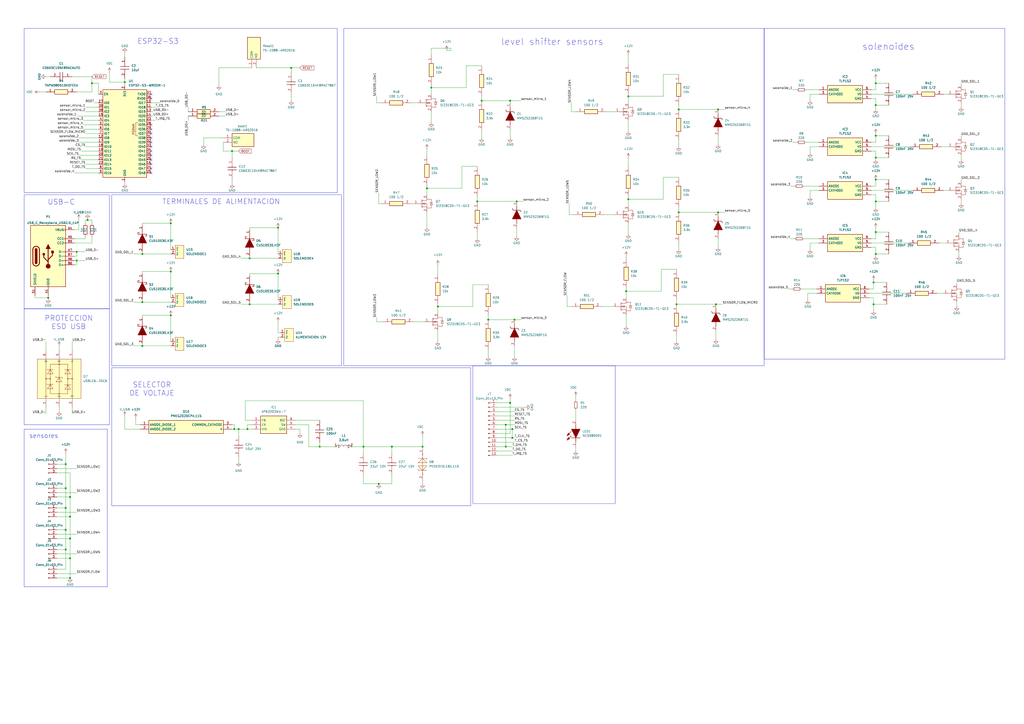
<source format=kicad_sch>
(kicad_sch (version 20250114) (generator "eeschema") (generator_version "9.0")
  (paper "A2")
  (lib_symbols
    (symbol "Connector:Conn_01x03_Pin" (pin_names (offset 1.016) (hide yes))
      (property "Reference" "J" (at 0 5.08 0))
      (property "Value" "Conn_01x03_Pin" (at 0 -5.08 0))
      (symbol "Conn_01x03_Pin_1_1"
        (pin passive line (at 5.08 2.54 180) (length 3.81) (name "Pin_1") (number "1"))
        (pin passive line (at 5.08 0 180) (length 3.81) (name "Pin_2") (number "2"))
        (pin passive line (at 5.08 -2.54 180) (length 3.81) (name "Pin_3") (number "3"))
      )
    )
    (symbol "Connector:Conn_01x13_Pin" (pin_names (offset 1.016) (hide yes))
      (property "Reference" "J" (at 0 17.78 0))
      (property "Value" "Conn_01x13_Pin" (at 0 -17.78 0))
      (symbol "Conn_01x13_Pin_1_1"
        (pin passive line (at 5.08 15.24 180) (length 3.81) (name "Pin_1") (number "1"))
        (pin passive line (at 5.08 12.7 180) (length 3.81) (name "Pin_2") (number "2"))
        (pin passive line (at 5.08 10.16 180) (length 3.81) (name "Pin_3") (number "3"))
        (pin passive line (at 5.08 7.62 180) (length 3.81) (name "Pin_4") (number "4"))
        (pin passive line (at 5.08 5.08 180) (length 3.81) (name "Pin_5") (number "5"))
        (pin passive line (at 5.08 2.54 180) (length 3.81) (name "Pin_6") (number "6"))
        (pin passive line (at 5.08 0 180) (length 3.81) (name "Pin_7") (number "7"))
        (pin passive line (at 5.08 -2.54 180) (length 3.81) (name "Pin_8") (number "8"))
        (pin passive line (at 5.08 -5.08 180) (length 3.81) (name "Pin_9") (number "9"))
        (pin passive line (at 5.08 -7.62 180) (length 3.81) (name "Pin_10") (number "10"))
        (pin passive line (at 5.08 -10.16 180) (length 3.81) (name "Pin_11") (number "11"))
        (pin passive line (at 5.08 -12.7 180) (length 3.81) (name "Pin_12") (number "12"))
        (pin passive line (at 5.08 -15.24 180) (length 3.81) (name "Pin_13") (number "13"))
      )
    )
    (symbol "Connector:USB_C_Receptacle_USB2.0_14P" (pin_names (offset 1.016))
      (property "Reference" "J" (at 0 22.225 0))
      (property "Value" "USB_C_Receptacle_USB2.0_14P" (at 0 19.685 0))
      (symbol "USB_C_Receptacle_USB2.0_14P_1_1"
        (pin passive line (at -7.62 -22.86 90) (length 5.08) (name "SHIELD") (number "S1"))
        (pin passive line (at 0 -22.86 90) (length 5.08) (name "GND") (number "A1"))
        (pin passive line (at 0 -22.86 90) (length 5.08) (hide yes) (name "GND") (number "A12"))
        (pin passive line (at 0 -22.86 90) (length 5.08) (hide yes) (name "GND") (number "B1"))
        (pin passive line (at 0 -22.86 90) (length 5.08) (hide yes) (name "GND") (number "B12"))
        (pin passive line (at 15.24 15.24 180) (length 5.08) (name "VBUS") (number "A4"))
        (pin passive line (at 15.24 15.24 180) (length 5.08) (hide yes) (name "VBUS") (number "A9"))
        (pin passive line (at 15.24 15.24 180) (length 5.08) (hide yes) (name "VBUS") (number "B4"))
        (pin passive line (at 15.24 15.24 180) (length 5.08) (hide yes) (name "VBUS") (number "B9"))
        (pin bidirectional line (at 15.24 10.16 180) (length 5.08) (name "CC1") (number "A5"))
        (pin bidirectional line (at 15.24 7.62 180) (length 5.08) (name "CC2") (number "B5"))
        (pin bidirectional line (at 15.24 2.54 180) (length 5.08) (name "D-") (number "A7"))
        (pin bidirectional line (at 15.24 0 180) (length 5.08) (name "D-") (number "B7"))
        (pin bidirectional line (at 15.24 -2.54 180) (length 5.08) (name "D+") (number "A6"))
        (pin bidirectional line (at 15.24 -5.08 180) (length 5.08) (name "D+") (number "B6"))
      )
    )
    (symbol "Device:R" (pin_numbers (hide yes)) (pin_names (offset 0))
      (property "Reference" "R" (at 2.032 0 90))
      (property "Value" "R" (at 0 0 90))
      (symbol "R_1_1"
        (pin passive line (at 0 3.81 270) (length 1.27) (name "~") (number "1"))
        (pin passive line (at 0 -3.81 90) (length 1.27) (name "~") (number "2"))
      )
    )
    (symbol "Device:R_Small" (pin_numbers (hide yes)) (pin_names (offset 0.254) (hide yes))
      (property "Reference" "R" (at 0.762 0.508 0))
      (property "Value" "R_Small" (at 0.762 -1.016 0))
      (symbol "R_Small_1_1"
        (pin passive line (at 0 2.54 270) (length 0.762) (name "~") (number "1"))
        (pin passive line (at 0 -2.54 90) (length 0.762) (name "~") (number "2"))
      )
    )
    (symbol "EasyEDA:DB125-2.54-2P-GN"
      (property "Reference" "U" (at 0 6.35 0))
      (property "Value" "DB125-2.54-2P-GN" (at 0 -6.35 0))
      (symbol "DB125-2.54-2P-GN_0_1"
        (pin unspecified line (at -5.08 1.27 0) (length 2.54) (name "1") (number "1"))
        (pin unspecified line (at -5.08 -1.27 0) (length 2.54) (name "2") (number "2"))
      )
    )
    (symbol "EasyEDA:PESD3V3L1BA,115"
      (property "Reference" "D" (at 0 5.08 0))
      (property "Value" "PESD3V3L1BA,115" (at 0 -5.08 0))
      (symbol "PESD3V3L1BA,115_1_1"
        (pin input line (at -10.16 0 0) (length 5.08) (name "") (number "1"))
        (pin input line (at 10.16 0 180) (length 5.08) (name "") (number "2"))
      )
    )
    (symbol "EasyEDA:Si2318CDS-T1-GE3"
      (property "Reference" "Q" (at 0 10.16 0))
      (property "Value" "Si2318CDS-T1-GE3" (at 0 -10.16 0))
      (symbol "Si2318CDS-T1-GE3_1_1"
        (pin unspecified line (at -5.08 0 0) (length 2.54) (name "") (number "1"))
        (pin unspecified line (at 2.54 5.08 270) (length 2.54) (name "") (number "3"))
        (pin unspecified line (at 2.54 -5.08 90) (length 2.54) (name "") (number "2"))
      )
    )
    (symbol "EasyEDA:TNR4030S-3R9MTF"
      (property "Reference" "L" (at 0 5.08 0))
      (property "Value" "TNR4030S-3R9MTF" (at 0 -5.08 0))
      (symbol "TNR4030S-3R9MTF_0_1"
        (pin unspecified line (at -5.08 0 0) (length 1.016) (name "1") (number "1"))
        (pin unspecified line (at 5.08 0 180) (length 1.016) (name "2") (number "2"))
      )
    )
    (symbol "EasyEDA:USBLC6-2SC6"
      (property "Reference" "D" (at 0 12.7 0))
      (property "Value" "USBLC6-2SC6" (at 0 -12.7 0))
      (symbol "USBLC6-2SC6_0_1"
        (pin input line (at -16.51 7.62 0) (length 5.08) (name "1") (number "1"))
        (pin input line (at -16.51 0 0) (length 5.08) (name "2") (number "2"))
        (pin input line (at -16.51 -7.62 0) (length 5.08) (name "3") (number "3"))
        (pin input line (at 16.51 7.62 180) (length 5.08) (name "6") (number "6"))
        (pin input line (at 16.51 0 180) (length 5.08) (name "5") (number "5"))
        (pin input line (at 16.51 -7.62 180) (length 5.08) (name "4") (number "4"))
      )
    )
    (symbol "RF_Module:ESP32-S3-WROOM-1"
      (property "Reference" "U" (at -12.7 26.67 0))
      (property "Value" "ESP32-S3-WROOM-1" (at 12.7 26.67 0))
      (symbol "ESP32-S3-WROOM-1_0_0"
        (text "PSRAM" (at 5.08 2.54 900) (effects (font (size 1.27 1.27))))
      )
      (symbol "ESP32-S3-WROOM-1_1_1"
        (pin input line (at -15.24 22.86 0) (length 2.54) (name "EN") (number "3"))
        (pin bidirectional line (at -15.24 17.78 0) (length 2.54) (name "IO0") (number "27"))
        (pin bidirectional line (at -15.24 15.24 0) (length 2.54) (name "IO1") (number "39"))
        (pin bidirectional line (at -15.24 12.7 0) (length 2.54) (name "IO2") (number "38"))
        (pin bidirectional line (at -15.24 10.16 0) (length 2.54) (name "IO3") (number "15"))
        (pin bidirectional line (at -15.24 7.62 0) (length 2.54) (name "IO4") (number "4"))
        (pin bidirectional line (at -15.24 5.08 0) (length 2.54) (name "IO5") (number "5"))
        (pin bidirectional line (at -15.24 2.54 0) (length 2.54) (name "IO6") (number "6"))
        (pin bidirectional line (at -15.24 0 0) (length 2.54) (name "IO7") (number "7"))
        (pin bidirectional line (at -15.24 -2.54 0) (length 2.54) (name "IO8") (number "12"))
        (pin bidirectional line (at -15.24 -5.08 0) (length 2.54) (name "IO9") (number "17"))
        (pin bidirectional line (at -15.24 -7.62 0) (length 2.54) (name "IO10") (number "18"))
        (pin bidirectional line (at -15.24 -10.16 0) (length 2.54) (name "IO11") (number "19"))
        (pin bidirectional line (at -15.24 -12.7 0) (length 2.54) (name "IO12") (number "20"))
        (pin bidirectional line (at -15.24 -15.24 0) (length 2.54) (name "IO13") (number "21"))
        (pin bidirectional line (at -15.24 -17.78 0) (length 2.54) (name "IO14") (number "22"))
        (pin bidirectional line (at -15.24 -20.32 0) (length 2.54) (name "IO15") (number "8"))
        (pin bidirectional line (at -15.24 -22.86 0) (length 2.54) (name "IO16") (number "9"))
        (pin power_in line (at 0 27.94 270) (length 2.54) (name "3V3") (number "2"))
        (pin power_in line (at 0 -27.94 90) (length 2.54) (name "GND") (number "1"))
        (pin passive line (at 0 -27.94 90) (length 2.54) (hide yes) (name "GND") (number "40"))
        (pin passive line (at 0 -27.94 90) (length 2.54) (hide yes) (name "GND") (number "41"))
        (pin bidirectional line (at 15.24 22.86 180) (length 2.54) (name "TXD0") (number "37"))
        (pin bidirectional line (at 15.24 20.32 180) (length 2.54) (name "RXD0") (number "36"))
        (pin bidirectional line (at 15.24 17.78 180) (length 2.54) (name "IO17") (number "10"))
        (pin bidirectional line (at 15.24 15.24 180) (length 2.54) (name "IO18") (number "11"))
        (pin bidirectional line (at 15.24 12.7 180) (length 2.54) (name "IO19") (number "13"))
        (pin bidirectional line (at 15.24 10.16 180) (length 2.54) (name "IO20") (number "14"))
        (pin bidirectional line (at 15.24 7.62 180) (length 2.54) (name "IO21") (number "23"))
        (pin bidirectional line (at 15.24 5.08 180) (length 2.54) (name "IO35") (number "28"))
        (pin bidirectional line (at 15.24 2.54 180) (length 2.54) (name "IO36") (number "29"))
        (pin bidirectional line (at 15.24 0 180) (length 2.54) (name "IO37") (number "30"))
        (pin bidirectional line (at 15.24 -2.54 180) (length 2.54) (name "IO38") (number "31"))
        (pin bidirectional line (at 15.24 -5.08 180) (length 2.54) (name "IO39") (number "32"))
        (pin bidirectional line (at 15.24 -7.62 180) (length 2.54) (name "IO40") (number "33"))
        (pin bidirectional line (at 15.24 -10.16 180) (length 2.54) (name "IO41") (number "34"))
        (pin bidirectional line (at 15.24 -12.7 180) (length 2.54) (name "IO42") (number "35"))
        (pin bidirectional line (at 15.24 -15.24 180) (length 2.54) (name "IO45") (number "26"))
        (pin bidirectional line (at 15.24 -17.78 180) (length 2.54) (name "IO46") (number "16"))
        (pin bidirectional line (at 15.24 -20.32 180) (length 2.54) (name "IO47") (number "24"))
        (pin bidirectional line (at 15.24 -22.86 180) (length 2.54) (name "IO48") (number "25"))
      )
    )
    (symbol "SamacSys_Parts:AP63203WU-7"
      (property "Reference" "IC" (at 21.59 7.62 0))
      (property "Value" "AP63203WU-7" (at 21.59 5.08 0))
      (symbol "AP63203WU-7_1_1"
        (pin passive line (at 0 0 0) (length 5.08) (name "FB") (number "1"))
        (pin passive line (at 0 -2.54 0) (length 5.08) (name "EN") (number "2"))
        (pin passive line (at 0 -5.08 0) (length 5.08) (name "VIN") (number "3"))
        (pin passive line (at 25.4 0 180) (length 5.08) (name "BST") (number "6"))
        (pin passive line (at 25.4 -2.54 180) (length 5.08) (name "SW") (number "5"))
        (pin passive line (at 25.4 -5.08 180) (length 5.08) (name "GND") (number "4"))
      )
    )
    (symbol "SamacSys_Parts:C0603C104K8RAC7867" (pin_names (hide yes))
      (property "Reference" "C" (at 8.89 6.35 0))
      (property "Value" "C0603C104K8RAC7867" (at 8.89 3.81 0))
      (symbol "C0603C104K8RAC7867_1_1"
        (pin passive line (at 0 0 0) (length 5.08) (name "1") (number "1"))
        (pin passive line (at 12.7 0 180) (length 5.08) (name "2") (number "2"))
      )
    )
    (symbol "SamacSys_Parts:C0603C105K8RACAUTO" (pin_names (hide yes))
      (property "Reference" "C" (at 8.89 6.35 0))
      (property "Value" "C0603C105K8RACAUTO" (at 8.89 3.81 0))
      (symbol "C0603C105K8RACAUTO_1_1"
        (pin passive line (at 0 0 0) (length 5.08) (name "1") (number "1"))
        (pin passive line (at 12.7 0 180) (length 5.08) (name "2") (number "2"))
      )
    )
    (symbol "SamacSys_Parts:C0805C106M8RACAUTO" (pin_names (hide yes))
      (property "Reference" "C" (at 8.89 6.35 0))
      (property "Value" "C0805C106M8RACAUTO" (at 8.89 3.81 0))
      (symbol "C0805C106M8RACAUTO_1_1"
        (pin passive line (at 0 0 0) (length 5.08) (name "1") (number "1"))
        (pin passive line (at 12.7 0 180) (length 5.08) (name "2") (number "2"))
      )
    )
    (symbol "SamacSys_Parts:CL10B104KA8NNNC" (pin_names (hide yes))
      (property "Reference" "C" (at 8.89 6.35 0))
      (property "Value" "CL10B104KA8NNNC" (at 8.89 3.81 0))
      (symbol "CL10B104KA8NNNC_1_1"
        (pin passive line (at 0 0 0) (length 5.08) (name "1") (number "1"))
        (pin passive line (at 12.7 0 180) (length 5.08) (name "2") (number "2"))
      )
    )
    (symbol "SamacSys_Parts:CL21B106KAYQNNE" (pin_names (hide yes))
      (property "Reference" "C" (at 8.89 6.35 0))
      (property "Value" "CL21B106KAYQNNE" (at 8.89 3.81 0))
      (symbol "CL21B106KAYQNNE_1_1"
        (pin passive line (at 0 0 0) (length 5.08) (name "1") (number "1"))
        (pin passive line (at 12.7 0 180) (length 5.08) (name "2") (number "2"))
      )
    )
    (symbol "SamacSys_Parts:CUS10S30,H3F" (pin_names (hide yes))
      (property "Reference" "D" (at 12.7 8.89 0))
      (property "Value" "CUS10S30,H3F" (at 12.7 6.35 0))
      (symbol "CUS10S30,H3F_1_1"
        (pin passive line (at 2.54 0 0) (length 2.54) (name "K") (number "1"))
        (pin passive line (at 17.78 0 180) (length 2.54) (name "A") (number "2"))
      )
    )
    (symbol "SamacSys_Parts:GRM21BZ71A226ME15L" (pin_names (hide yes))
      (property "Reference" "C" (at 8.89 6.35 0))
      (property "Value" "GRM21BZ71A226ME15L" (at 8.89 3.81 0))
      (symbol "GRM21BZ71A226ME15L_1_1"
        (pin passive line (at 0 0 0) (length 5.08) (name "1") (number "1"))
        (pin passive line (at 12.7 0 180) (length 5.08) (name "2") (number "2"))
      )
    )
    (symbol "SamacSys_Parts:MMSZ5226BT1G" (pin_names (hide yes))
      (property "Reference" "Z" (at 10.16 8.89 0))
      (property "Value" "MMSZ5226BT1G" (at 10.16 6.35 0))
      (symbol "MMSZ5226BT1G_1_1"
        (pin passive line (at 0 0 0) (length 2.54) (name "K") (number "1"))
        (pin passive line (at 15.24 0 180) (length 2.54) (name "A") (number "2"))
      )
    )
    (symbol "SamacSys_Parts:NCD0805R1" (pin_names (hide yes))
      (property "Reference" "LED" (at 12.7 8.89 0))
      (property "Value" "NCD0805R1" (at 12.7 6.35 0))
      (symbol "NCD0805R1_1_1"
        (pin passive line (at 0 0 0) (length 2.54) (name "K") (number "1"))
        (pin passive line (at 15.24 0 180) (length 2.54) (name "A") (number "2"))
      )
    )
    (symbol "SamacSys_Parts:PMEG2020CPA,115"
      (property "Reference" "D" (at 49.53 7.62 0))
      (property "Value" "PMEG2020CPA,115" (at 49.53 5.08 0))
      (symbol "PMEG2020CPA,115_1_1"
        (pin passive line (at 0 0 0) (length 5.08) (name "ANODE_DIODE_1") (number "1"))
        (pin passive line (at 0 -2.54 0) (length 5.08) (name "ANODE_DIODE_2") (number "2"))
        (pin passive line (at 53.34 0 180) (length 5.08) (name "COMMON_CATHODE") (number "3"))
        (pin passive line (at 53.34 -2.54 180) (length 5.08) (name "4") (number "4"))
      )
    )
    (symbol "SamacSys_Parts:RC0603FR-0733RL" (pin_names (hide yes))
      (property "Reference" "R" (at 13.97 6.35 0))
      (property "Value" "RC0603FR-0733RL" (at 13.97 3.81 0))
      (symbol "RC0603FR-0733RL_1_1"
        (pin passive line (at 0 0 0) (length 5.08) (name "1") (number "1"))
        (pin passive line (at 17.78 0 180) (length 5.08) (name "2") (number "2"))
      )
    )
    (symbol "SamacSys_Parts:RC0603FR-073K9L" (pin_names (hide yes))
      (property "Reference" "R" (at 13.97 6.35 0))
      (property "Value" "RC0603FR-073K9L" (at 13.97 3.81 0))
      (symbol "RC0603FR-073K9L_1_1"
        (pin passive line (at 0 0 0) (length 5.08) (name "1") (number "1"))
        (pin passive line (at 17.78 0 180) (length 5.08) (name "2") (number "2"))
      )
    )
    (symbol "SamacSys_Parts:RC1210FR-07100RL" (pin_names (hide yes))
      (property "Reference" "R" (at 13.97 6.35 0))
      (property "Value" "RC1210FR-07100RL" (at 13.97 3.81 0))
      (symbol "RC1210FR-07100RL_1_1"
        (pin passive line (at 0 0 0) (length 5.08) (name "1") (number "1"))
        (pin passive line (at 17.78 0 180) (length 5.08) (name "2") (number "2"))
      )
    )
    (symbol "SamacSys_Parts:TLP152"
      (property "Reference" "IC" (at 26.67 7.62 0))
      (property "Value" "TLP152" (at 26.67 5.08 0))
      (symbol "TLP152_1_1"
        (pin passive line (at 0 0 0) (length 5.08) (name "ANODE") (number "1"))
        (pin passive line (at 0 -2.54 0) (length 5.08) (name "CATHODE") (number "3"))
        (pin passive line (at 30.48 0 180) (length 5.08) (name "VCC") (number "6"))
        (pin passive line (at 30.48 -2.54 180) (length 5.08) (name "VO") (number "5"))
        (pin passive line (at 30.48 -5.08 180) (length 5.08) (name "GND") (number "4"))
      )
    )
    (symbol "SamacSys_Parts:TNPW080510K0FEEA" (pin_names (hide yes))
      (property "Reference" "R" (at 13.97 6.35 0))
      (property "Value" "TNPW080510K0FEEA" (at 13.97 3.81 0))
      (symbol "TNPW080510K0FEEA_1_1"
        (pin passive line (at 0 0 0) (length 5.08) (name "1") (number "1"))
        (pin passive line (at 17.78 0 180) (length 5.08) (name "2") (number "2"))
      )
    )
    (symbol "SamacSys_Parts:TS-1088-AR02016"
      (property "Reference" "S" (at 19.05 7.62 0))
      (property "Value" "TS-1088-AR02016" (at 19.05 5.08 0))
      (symbol "TS-1088-AR02016_1_1"
        (pin passive line (at 0 0 0) (length 5.08) (name "COM") (number "1"))
        (pin passive line (at 0 -2.54 0) (length 5.08) (name "NO") (number "2"))
      )
    )
    (symbol "power:+12V" (power) (pin_numbers (hide yes)) (pin_names (offset 0) (hide yes))
      (property "Value" "+12V" (at 0 3.556 0))
      (symbol "+12V_1_1"
        (pin power_in line (at 0 0 90) (length 0) (name "~") (number "1"))
      )
    )
    (symbol "power:GND" (power) (pin_names (offset 0))
      (property "Value" "GND" (at 0 -3.81 0))
      (symbol "GND_1_1"
        (pin power_in line (at 0 0 270) (length 0) (hide yes) (name "GND") (number "1"))
      )
    )
    (symbol "power:VBUS" (power) (pin_names (offset 0))
      (property "Value" "VBUS" (at 0 3.81 0))
      (symbol "VBUS_1_1"
        (pin power_in line (at 0 0 90) (length 0) (hide yes) (name "VBUS") (number "1"))
      )
    )
    (symbol "power:VDC" (power) (pin_numbers (hide yes)) (pin_names (offset 0) (hide yes))
      (property "Value" "VDC" (at 0 3.556 0))
      (symbol "VDC_1_1"
        (pin power_in line (at 0 0 90) (length 0) (name "~") (number "1"))
      )
    )
  )
  (rectangle (start 274.32 212.09) (end 356.87 292.1))
  (rectangle (start 13.97 179.07) (end 63.5 246.38))
  (rectangle (start 13.97 248.92) (end 62.23 340.36))
  (rectangle (start 64.77 113.03) (end 198.12 212.09))
  (rectangle (start 64.77 213.36) (end 273.05 293.37))
  (rectangle (start 443.23 16.51) (end 582.93 208.28))
  (rectangle (start 199.39 16.51) (end 443.23 212.09))
  (rectangle (start 13.97 113.03) (end 63.5 179.07))
  (rectangle (start 13.97 16.51) (end 195.58 111.76))
  (text "SELECTOR\nDE VOLTAJE" (at 88.138 225.806 0) (effects (font (size 3 3))))
  (text "solenoides" (at 515.366 27.178 0) (effects (font (size 3.81 3.81))))
  (text "USB-C" (at 35.56 117.348 0) (effects (font (size 3 3))))
  (text "sensores\n" (at 25.4 252.984 0) (effects (font (size 2.54 2.54))))
  (text "PROTECCION\nESD USB" (at 39.878 187.198 0) (effects (font (size 3 3))))
  (text "TERMINALES DE ALIMENTACION" (at 128.27 117.094 0) (effects (font (size 3 3))))
  (text "ESP32-S3" (at 91.694 24.13 0) (effects (font (size 3 3))))
  (text "level shifter sensors" (at 320.294 24.384 0) (effects (font (size 3.81 3.81))))
  (junction (at 392.43 176.53))
  (junction (at 40.64 299.72))
  (junction (at 38.1 269.24))
  (junction (at 38.1 283.21))
  (junction (at 44.45 151.13))
  (junction (at 364.49 115.57))
  (junction (at 298.45 185.42))
  (junction (at 508 104.14))
  (junction (at 293.37 259.08))
  (junction (at 44.45 146.05))
  (junction (at 297.18 254))
  (junction (at 27.94 172.72))
  (junction (at 508 147.32))
  (junction (at 293.37 246.38))
  (junction (at 283.21 185.42))
  (junction (at 38.1 307.34))
  (junction (at 295.91 58.42))
  (junction (at 393.7 63.5))
  (junction (at 40.64 335.28))
  (junction (at 99.06 182.88))
  (junction (at 250.19 50.8))
  (junction (at 416.56 63.5))
  (junction (at 279.4 58.42))
  (junction (at 508 116.84))
  (junction (at 363.22 168.91))
  (junction (at 276.86 116.84))
  (junction (at 415.29 176.53))
  (junction (at 416.56 123.19))
  (junction (at 508 48.26))
  (junction (at 508 134.62))
  (junction (at 82.55 200.66))
  (junction (at 144.78 176.53))
  (junction (at 50.8 127.635))
  (junction (at 38.1 318.77))
  (junction (at 138.43 248.92))
  (junction (at 393.7 123.19))
  (junction (at 295.91 233.68))
  (junction (at 82.55 175.26))
  (junction (at 245.11 259.08))
  (junction (at 219.71 280.67))
  (junction (at 99.06 157.48))
  (junction (at 38.1 294.64))
  (junction (at 135.89 248.92))
  (junction (at 134.62 87.63))
  (junction (at 168.91 39.37))
  (junction (at 506.73 163.83))
  (junction (at 508 78.74))
  (junction (at 508 91.44))
  (junction (at 161.29 158.75))
  (junction (at 506.73 176.53))
  (junction (at 161.29 132.08))
  (junction (at 40.64 323.85))
  (junction (at 185.42 259.08))
  (junction (at 364.49 55.88))
  (junction (at 227.33 259.08))
  (junction (at 210.82 259.08))
  (junction (at 143.51 248.92))
  (junction (at 508 60.96))
  (junction (at 40.64 288.29))
  (junction (at 297.18 248.92))
  (junction (at 82.55 147.32))
  (junction (at 53.34 48.26))
  (junction (at 299.72 116.84))
  (junction (at 247.65 109.22))
  (junction (at 144.78 149.86))
  (junction (at 99.06 129.54))
  (junction (at 72.39 47.625))
  (junction (at 40.64 312.42))
  (junction (at 254 177.8))
  (no_connect (at 87.63 100.33))
  (no_connect (at 87.63 77.47))
  (no_connect (at 87.63 54.61))
  (no_connect (at 87.63 97.79))
  (no_connect (at 87.63 85.09))
  (no_connect (at 87.63 72.39))
  (no_connect (at 87.63 57.15))
  (no_connect (at 87.63 80.01))
  (no_connect (at 87.63 87.63))
  (no_connect (at 87.63 90.17))
  (no_connect (at 87.63 82.55))
  (no_connect (at 87.63 92.71))
  (no_connect (at 87.63 95.25))
  (no_connect (at 87.63 74.93))
  (wire (pts (xy 363.22 168.91) (xy 363.22 172.72)))
  (wire (pts (xy 227.33 275.59) (xy 227.33 280.67)))
  (wire (pts (xy 72.39 45.72) (xy 72.39 47.625)))
  (wire (pts (xy 138.43 248.92) (xy 143.51 248.92)))
  (wire (pts (xy 299.72 116.84) (xy 276.86 116.84)))
  (wire (pts (xy 49.53 97.79) (xy 57.15 97.79)))
  (wire (pts (xy 33.02 321.31) (xy 44.45 321.31)))
  (wire (pts (xy 49.53 129.54) (xy 49.53 127.635)))
  (wire (pts (xy 330.2 118.11) (xy 330.2 124.46)))
  (wire (pts (xy 515.62 134.62) (xy 508 134.62)))
  (wire (pts (xy 363.22 167.64) (xy 363.22 168.91)))
  (wire (pts (xy 53.34 48.26) (xy 53.34 53.34)))
  (wire (pts (xy 40.64 323.85) (xy 40.64 335.28)))
  (wire (pts (xy 384.81 102.87) (xy 384.81 115.57)))
  (wire (pts (xy 40.64 299.72) (xy 40.64 312.42)))
  (wire (pts (xy 283.21 203.2) (xy 283.21 207.01)))
  (wire (pts (xy 393.7 102.87) (xy 384.81 102.87)))
  (wire (pts (xy 508 120.65) (xy 508 116.84)))
  (wire (pts (xy 44.45 153.67) (xy 44.45 151.13)))
  (wire (pts (xy 240.03 186.69) (xy 246.38 186.69)))
  (wire (pts (xy 168.91 58.42) (xy 168.91 54.61)))
  (wire (pts (xy 331.47 59.69) (xy 331.47 64.77)))
  (wire (pts (xy 459.74 82.55) (xy 462.28 82.55)))
  (wire (pts (xy 43.18 100.33) (xy 57.15 100.33)))
  (wire (pts (xy 295.91 59.69) (xy 295.91 58.42)))
  (wire (pts (xy 288.29 256.54) (xy 298.45 256.54)))
  (wire (pts (xy 245.11 252.73) (xy 245.11 259.08)))
  (wire (pts (xy 218.44 184.15) (xy 218.44 186.69)))
  (wire (pts (xy 161.29 158.75) (xy 144.78 158.75)))
  (wire (pts (xy 393.7 81.28) (xy 393.7 85.09)))
  (wire (pts (xy 297.18 248.92) (xy 298.45 248.92)))
  (wire (pts (xy 27.94 171.45) (xy 27.94 172.72)))
  (wire (pts (xy 53.34 127.635) (xy 50.8 127.635)))
  (wire (pts (xy 210.82 262.89) (xy 210.82 259.08)))
  (wire (pts (xy 279.4 38.1) (xy 270.51 38.1)))
  (wire (pts (xy 254 176.53) (xy 254 177.8)))
  (wire (pts (xy 72.39 47.625) (xy 72.39 49.53)))
  (wire (pts (xy 364.49 54.61) (xy 364.49 55.88)))
  (wire (pts (xy 210.82 232.41) (xy 210.82 259.08)))
  (wire (pts (xy 238.76 59.69) (xy 242.57 59.69)))
  (wire (pts (xy 49.53 62.23) (xy 57.15 62.23)))
  (wire (pts (xy 53.34 44.45) (xy 53.34 48.26)))
  (wire (pts (xy 288.29 251.46) (xy 295.91 251.46)))
  (wire (pts (xy 554.99 175.26) (xy 554.99 177.8)))
  (wire (pts (xy 276.86 96.52) (xy 267.97 96.52)))
  (wire (pts (xy 139.7 149.86) (xy 144.78 149.86)))
  (wire (pts (xy 33.02 274.32) (xy 40.64 274.32)))
  (wire (pts (xy 33.02 299.72) (xy 40.64 299.72)))
  (wire (pts (xy 82.55 147.32) (xy 82.55 146.05)))
  (wire (pts (xy 469.9 85.09) (xy 474.98 85.09)))
  (wire (pts (xy 297.18 254) (xy 298.45 254)))
  (wire (pts (xy 99.06 198.12) (xy 99.06 182.88)))
  (wire (pts (xy 43.18 153.67) (xy 44.45 153.67)))
  (wire (pts (xy 50.8 127) (xy 50.8 127.635)))
  (wire (pts (xy 87.63 69.85) (xy 90.17 69.85)))
  (wire (pts (xy 505.46 140.97) (xy 527.05 140.97)))
  (wire (pts (xy 127 64.77) (xy 130.81 64.77)))
  (wire (pts (xy 295.91 251.46) (xy 295.91 233.68)))
  (wire (pts (xy 557.53 59.69) (xy 557.53 62.23)))
  (wire (pts (xy 22.86 53.34) (xy 26.67 53.34)))
  (wire (pts (xy 250.19 64.77) (xy 250.19 71.12)))
  (wire (pts (xy 505.46 54.61) (xy 529.59 54.61)))
  (wire (pts (xy 274.32 165.1) (xy 274.32 177.8)))
  (wire (pts (xy 364.49 129.54) (xy 364.49 135.89)))
  (wire (pts (xy 82.55 175.26) (xy 82.55 173.99)))
  (wire (pts (xy 129.54 82.55) (xy 129.54 87.63)))
  (wire (pts (xy 43.18 138.43) (xy 49.53 138.43)))
  (wire (pts (xy 279.4 55.88) (xy 279.4 58.42)))
  (wire (pts (xy 261.62 29.21) (xy 259.08 29.21)))
  (wire (pts (xy 33.02 285.75) (xy 44.45 285.75)))
  (wire (pts (xy 250.19 27.94) (xy 261.62 27.94)))
  (wire (pts (xy 288.29 248.92) (xy 297.18 248.92)))
  (wire (pts (xy 144.78 158.75) (xy 144.78 160.02)))
  (wire (pts (xy 415.29 176.53) (xy 392.43 176.53)))
  (wire (pts (xy 78.74 242.57) (xy 78.74 246.38)))
  (wire (pts (xy 393.7 60.96) (xy 393.7 63.5)))
  (wire (pts (xy 508 107.95) (xy 505.46 107.95)))
  (wire (pts (xy 38.1 294.64) (xy 38.1 283.21)))
  (wire (pts (xy 139.7 176.53) (xy 144.78 176.53)))
  (wire (pts (xy 276.86 114.3) (xy 276.86 116.84)))
  (wire (pts (xy 288.29 259.08) (xy 293.37 259.08)))
  (wire (pts (xy 45.72 80.01) (xy 57.15 80.01)))
  (wire (pts (xy 383.54 168.91) (xy 363.22 168.91)))
  (wire (pts (xy 508 92.71) (xy 508 91.44)))
  (wire (pts (xy 508 91.44) (xy 508 87.63)))
  (wire (pts (xy 168.91 39.37) (xy 173.99 39.37)))
  (wire (pts (xy 185.42 259.08) (xy 194.31 259.08)))
  (wire (pts (xy 33.02 307.34) (xy 38.1 307.34)))
  (wire (pts (xy 138.43 248.92) (xy 138.43 252.73)))
  (wire (pts (xy 515.62 104.14) (xy 508 104.14)))
  (wire (pts (xy 33.02 335.28) (xy 40.64 335.28)))
  (wire (pts (xy 99.06 144.78) (xy 99.06 129.54)))
  (wire (pts (xy 26.67 198.12) (xy 26.67 203.2)))
  (wire (pts (xy 218.44 55.88) (xy 218.44 59.69)))
  (wire (pts (xy 416.56 123.19) (xy 420.37 123.19)))
  (wire (pts (xy 464.82 167.64) (xy 473.71 167.64)))
  (wire (pts (xy 134.62 87.63) (xy 134.62 91.44)))
  (wire (pts (xy 99.06 172.72) (xy 99.06 157.48)))
  (wire (pts (xy 508 48.26) (xy 508 52.07)))
  (wire (pts (xy 508 134.62) (xy 508 138.43)))
  (wire (pts (xy 44.45 146.05) (xy 44.45 148.59)))
  (wire (pts (xy 118.11 80.01) (xy 129.54 80.01)))
  (wire (pts (xy 33.02 294.64) (xy 38.1 294.64)))
  (wire (pts (xy 144.78 149.86) (xy 144.78 148.59)))
  (wire (pts (xy 267.97 109.22) (xy 247.65 109.22)))
  (wire (pts (xy 458.47 107.95) (xy 461.01 107.95)))
  (wire (pts (xy 457.2 167.64) (xy 459.74 167.64)))
  (wire (pts (xy 469.9 114.3) (xy 469.9 110.49)))
  (wire (pts (xy 466.09 138.43) (xy 474.98 138.43)))
  (wire (pts (xy 134.62 248.92) (xy 135.89 248.92)))
  (wire (pts (xy 135.89 248.92) (xy 138.43 248.92)))
  (wire (pts (xy 298.45 185.42) (xy 302.26 185.42)))
  (wire (pts (xy 38.1 262.89) (xy 38.1 269.24)))
  (wire (pts (xy 363.22 148.59) (xy 363.22 149.86)))
  (wire (pts (xy 88.9 64.77) (xy 87.63 64.77)))
  (wire (pts (xy 44.45 67.31) (xy 57.15 67.31)))
  (wire (pts (xy 557.53 90.17) (xy 557.53 92.71)))
  (wire (pts (xy 34.29 200.66) (xy 34.29 203.2)))
  (wire (pts (xy 556.26 134.62) (xy 556.26 135.89)))
  (wire (pts (xy 469.9 110.49) (xy 474.98 110.49)))
  (wire (pts (xy 129.54 87.63) (xy 134.62 87.63)))
  (wire (pts (xy 299.72 116.84) (xy 303.53 116.84)))
  (wire (pts (xy 247.65 123.19) (xy 247.65 132.08)))
  (wire (pts (xy 63.5 47.625) (xy 72.39 47.625)))
  (wire (pts (xy 99.06 175.26) (xy 82.55 175.26)))
  (wire (pts (xy 72.39 30.48) (xy 72.39 33.02)))
  (wire (pts (xy 144.78 132.08) (xy 144.78 133.35)))
  (wire (pts (xy 247.65 86.36) (xy 247.65 90.17)))
  (wire (pts (xy 334.01 237.49) (xy 334.01 243.84)))
  (wire (pts (xy 143.51 246.38) (xy 143.51 248.92)))
  (wire (pts (xy 288.29 261.62) (xy 297.18 261.62)))
  (wire (pts (xy 49.53 77.47) (xy 57.15 77.47)))
  (wire (pts (xy 72.39 105.41) (xy 72.39 106.68)))
  (wire (pts (xy 219.71 280.67) (xy 210.82 280.67)))
  (wire (pts (xy 38.1 307.34) (xy 38.1 294.64)))
  (wire (pts (xy 508 45.72) (xy 508 48.26)))
  (wire (pts (xy 38.1 283.21) (xy 38.1 269.24)))
  (wire (pts (xy 33.02 312.42) (xy 40.64 312.42)))
  (wire (pts (xy 161.29 193.04) (xy 162.56 193.04)))
  (wire (pts (xy 508 116.84) (xy 515.62 116.84)))
  (wire (pts (xy 210.82 280.67) (xy 210.82 275.59)))
  (wire (pts (xy 547.37 54.61) (xy 549.91 54.61)))
  (wire (pts (xy 363.22 182.88) (xy 363.22 189.23)))
  (wire (pts (xy 349.25 177.8) (xy 355.6 177.8)))
  (wire (pts (xy 247.65 107.95) (xy 247.65 109.22)))
  (wire (pts (xy 459.74 52.07) (xy 462.28 52.07)))
  (wire (pts (xy 127 39.37) (xy 146.05 39.37)))
  (wire (pts (xy 38.1 330.2) (xy 38.1 318.77)))
  (wire (pts (xy 330.2 124.46) (xy 332.74 124.46)))
  (wire (pts (xy 142.24 232.41) (xy 210.82 232.41)))
  (wire (pts (xy 33.02 309.88) (xy 44.45 309.88)))
  (wire (pts (xy 554.99 163.83) (xy 554.99 165.1)))
  (wire (pts (xy 469.9 88.9) (xy 469.9 85.09)))
  (wire (pts (xy 161.29 149.86) (xy 144.78 149.86)))
  (wire (pts (xy 557.53 104.14) (xy 557.53 105.41)))
  (wire (pts (xy 293.37 246.38) (xy 293.37 259.08)))
  (wire (pts (xy 20.32 172.72) (xy 27.94 172.72)))
  (wire (pts (xy 557.53 48.26) (xy 557.53 49.53)))
  (wire (pts (xy 127 67.31) (xy 130.81 67.31)))
  (wire (pts (xy 82.55 129.54) (xy 82.55 130.81)))
  (wire (pts (xy 44.45 146.05) (xy 49.53 146.05)))
  (wire (pts (xy 350.52 124.46) (xy 356.87 124.46)))
  (wire (pts (xy 227.33 280.67) (xy 219.71 280.67)))
  (wire (pts (xy 43.18 151.13) (xy 44.45 151.13)))
  (wire (pts (xy 261.62 27.94) (xy 261.62 29.21)))
  (wire (pts (xy 415.29 191.77) (xy 415.29 196.85)))
  (wire (pts (xy 179.07 246.38) (xy 179.07 259.08)))
  (wire (pts (xy 238.76 118.11) (xy 240.03 118.11)))
  (wire (pts (xy 469.9 54.61) (xy 474.98 54.61)))
  (wire (pts (xy 295.91 231.14) (xy 295.91 233.68)))
  (wire (pts (xy 508 138.43) (xy 505.46 138.43)))
  (wire (pts (xy 364.49 31.75) (xy 364.49 36.83)))
  (wire (pts (xy 49.53 95.25) (xy 57.15 95.25)))
  (wire (pts (xy 99.06 182.88) (xy 82.55 182.88)))
  (wire (pts (xy 77.47 200.66) (xy 82.55 200.66)))
  (wire (pts (xy 49.53 138.43) (xy 49.53 137.16)))
  (wire (pts (xy 41.91 236.22) (xy 41.91 240.03)))
  (wire (pts (xy 204.47 259.08) (xy 210.82 259.08)))
  (wire (pts (xy 383.54 156.21) (xy 383.54 168.91)))
  (wire (pts (xy 392.43 173.99) (xy 392.43 176.53)))
  (wire (pts (xy 210.82 259.08) (xy 227.33 259.08)))
  (wire (pts (xy 46.99 92.71) (xy 57.15 92.71)))
  (wire (pts (xy 33.02 297.18) (xy 44.45 297.18)))
  (wire (pts (xy 547.37 110.49) (xy 549.91 110.49)))
  (wire (pts (xy 270.51 38.1) (xy 270.51 50.8)))
  (wire (pts (xy 48.26 69.85) (xy 57.15 69.85)))
  (wire (pts (xy 77.47 175.26) (xy 82.55 175.26)))
  (wire (pts (xy 38.1 269.24) (xy 33.02 269.24)))
  (wire (pts (xy 72.39 241.3) (xy 72.39 248.92)))
  (wire (pts (xy 77.47 147.32) (xy 82.55 147.32)))
  (wire (pts (xy 334.01 259.08) (xy 334.01 261.62)))
  (wire (pts (xy 49.53 85.09) (xy 57.15 85.09)))
  (wire (pts (xy 219.71 118.11) (xy 220.98 118.11)))
  (wire (pts (xy 254 177.8) (xy 254 181.61)))
  (wire (pts (xy 328.93 177.8) (xy 331.47 177.8)))
  (wire (pts (xy 99.06 157.48) (xy 82.55 157.48)))
  (wire (pts (xy 543.56 170.18) (xy 547.37 170.18)))
  (wire (pts (xy 53.34 48.26) (xy 57.15 48.26)))
  (wire (pts (xy 557.53 115.57) (xy 557.53 118.11)))
  (wire (pts (xy 331.47 64.77) (xy 334.01 64.77)))
  (wire (pts (xy 245.11 279.4) (xy 245.11 280.67)))
  (wire (pts (xy 468.63 170.18) (xy 473.71 170.18)))
  (wire (pts (xy 53.34 137.16) (xy 53.34 140.97)))
  (wire (pts (xy 33.02 288.29) (xy 40.64 288.29)))
  (wire (pts (xy 508 82.55) (xy 505.46 82.55)))
  (wire (pts (xy 26.67 44.45) (xy 29.21 44.45)))
  (wire (pts (xy 34.29 236.22) (xy 34.29 238.76)))
  (wire (pts (xy 227.33 259.08) (xy 245.11 259.08)))
  (wire (pts (xy 506.73 162.56) (xy 506.73 163.83)))
  (wire (pts (xy 506.73 176.53) (xy 514.35 176.53)))
  (wire (pts (xy 142.24 243.84) (xy 146.05 243.84)))
  (wire (pts (xy 283.21 182.88) (xy 283.21 185.42)))
  (wire (pts (xy 82.55 157.48) (xy 82.55 158.75)))
  (wire (pts (xy 118.11 83.82) (xy 118.11 80.01)))
  (wire (pts (xy 504.19 172.72) (xy 506.73 172.72)))
  (wire (pts (xy 134.62 87.63) (xy 138.43 87.63)))
  (wire (pts (xy 26.67 236.22) (xy 26.67 240.03)))
  (wire (pts (xy 364.49 114.3) (xy 364.49 115.57)))
  (wire (pts (xy 161.29 195.58) (xy 162.56 195.58)))
  (wire (pts (xy 508 77.47) (xy 508 78.74)))
  (wire (pts (xy 33.02 332.74) (xy 44.45 332.74)))
  (wire (pts (xy 43.18 146.05) (xy 44.45 146.05)))
  (wire (pts (xy 288.29 246.38) (xy 293.37 246.38)))
  (wire (pts (xy 82.55 182.88) (xy 82.55 184.15)))
  (wire (pts (xy 43.18 140.97) (xy 53.34 140.97)))
  (wire (pts (xy 142.24 243.84) (xy 142.24 232.41)))
  (wire (pts (xy 297.18 248.92) (xy 297.18 254)))
  (wire (pts (xy 33.02 323.85) (xy 40.64 323.85)))
  (wire (pts (xy 508 52.07) (xy 505.46 52.07)))
  (wire (pts (xy 134.62 246.38) (xy 135.89 246.38)))
  (wire (pts (xy 505.46 87.63) (xy 508 87.63)))
  (wire (pts (xy 45.72 90.17) (xy 57.15 90.17)))
  (wire (pts (xy 392.43 194.31) (xy 392.43 198.12)))
  (wire (pts (xy 508 60.96) (xy 515.62 60.96)))
  (wire (pts (xy 393.7 140.97) (xy 393.7 144.78)))
  (wire (pts (xy 40.64 274.32) (xy 40.64 288.29)))
  (wire (pts (xy 250.19 50.8) (xy 250.19 54.61)))
  (wire (pts (xy 508 132.08) (xy 508 134.62)))
  (wire (pts (xy 508 78.74) (xy 515.62 78.74)))
  (wire (pts (xy 469.9 140.97) (xy 474.98 140.97)))
  (wire (pts (xy 40.64 312.42) (xy 40.64 323.85)))
  (wire (pts (xy 161.29 176.53) (xy 144.78 176.53)))
  (wire (pts (xy 506.73 167.64) (xy 504.19 167.64)))
  (wire (pts (xy 508 78.74) (xy 508 82.55)))
  (wire (pts (xy 144.78 176.53) (xy 144.78 175.26)))
  (wire (pts (xy 161.29 147.32) (xy 161.29 132.08)))
  (wire (pts (xy 49.53 64.77) (xy 57.15 64.77)))
  (wire (pts (xy 218.44 59.69) (xy 220.98 59.69)))
  (wire (pts (xy 161.29 132.08) (xy 144.78 132.08)))
  (wire (pts (xy 508 116.84) (xy 508 113.03)))
  (wire (pts (xy 219.71 111.76) (xy 219.71 118.11)))
  (wire (pts (xy 87.63 59.69) (xy 92.71 59.69)))
  (wire (pts (xy 469.9 144.78) (xy 469.9 140.97)))
  (wire (pts (xy 135.89 246.38) (xy 135.89 248.92)))
  (wire (pts (xy 82.55 200.66) (xy 82.55 199.39)))
  (wire (pts (xy 218.44 186.69) (xy 222.25 186.69)))
  (wire (pts (xy 508 148.59) (xy 508 147.32)))
  (wire (pts (xy 544.83 140.97) (xy 548.64 140.97)))
  (wire (pts (xy 250.19 49.53) (xy 250.19 50.8)))
  (wire (pts (xy 44.45 148.59) (xy 43.18 148.59)))
  (wire (pts (xy 508 60.96) (xy 508 57.15)))
  (wire (pts (xy 45.72 133.35) (xy 45.72 127)))
  (wire (pts (xy 556.26 146.05) (xy 556.26 148.59)))
  (wire (pts (xy 416.56 63.5) (xy 420.37 63.5)))
  (wire (pts (xy 72.39 248.92) (xy 81.28 248.92)))
  (wire (pts (xy 393.7 120.65) (xy 393.7 123.19)))
  (wire (pts (xy 33.02 330.2) (xy 38.1 330.2)))
  (wire (pts (xy 508 147.32) (xy 515.62 147.32)))
  (wire (pts (xy 63.5 41.91) (xy 63.5 47.625)))
  (wire (pts (xy 299.72 132.08) (xy 299.72 137.16)))
  (wire (pts (xy 295.91 58.42) (xy 302.26 58.42)))
  (wire (pts (xy 293.37 259.08) (xy 297.18 259.08)))
  (wire (pts (xy 161.29 196.85) (xy 161.29 195.58)))
  (wire (pts (xy 466.09 107.95) (xy 474.98 107.95)))
  (wire (pts (xy 505.46 110.49) (xy 529.59 110.49)))
  (wire (pts (xy 505.46 113.03) (xy 508 113.03)))
  (wire (pts (xy 254 153.67) (xy 254 158.75)))
  (wire (pts (xy 415.29 176.53) (xy 419.1 176.53)))
  (wire (pts (xy 508 91.44) (xy 515.62 91.44)))
  (wire (pts (xy 557.53 78.74) (xy 557.53 80.01)))
  (wire (pts (xy 351.79 64.77) (xy 356.87 64.77)))
  (wire (pts (xy 46.99 87.63) (xy 57.15 87.63)))
  (wire (pts (xy 161.29 173.99) (xy 161.29 158.75)))
  (wire (pts (xy 227.33 262.89) (xy 227.33 259.08)))
  (wire (pts (xy 250.19 27.94) (xy 250.19 31.75)))
  (wire (pts (xy 179.07 259.08) (xy 185.42 259.08)))
  (wire (pts (xy 298.45 185.42) (xy 283.21 185.42)))
  (wire (pts (xy 467.36 52.07) (xy 474.98 52.07)))
  (wire (pts (xy 279.4 58.42) (xy 295.91 58.42)))
  (wire (pts (xy 416.56 78.74) (xy 416.56 83.82)))
  (wire (pts (xy 254 191.77) (xy 254 198.12)))
  (wire (pts (xy 143.51 248.92) (xy 146.05 248.92)))
  (wire (pts (xy 416.56 138.43) (xy 416.56 143.51)))
  (wire (pts (xy 384.81 43.18) (xy 384.81 55.88)))
  (wire (pts (xy 506.73 176.53) (xy 506.73 172.72)))
  (wire (pts (xy 364.49 115.57) (xy 364.49 119.38)))
  (wire (pts (xy 99.06 147.32) (xy 82.55 147.32)))
  (wire (pts (xy 416.56 123.19) (xy 393.7 123.19)))
  (wire (pts (xy 38.1 318.77) (xy 38.1 307.34)))
  (wire (pts (xy 40.64 288.29) (xy 40.64 299.72)))
  (wire (pts (xy 53.34 129.54) (xy 53.34 127.635)))
  (wire (pts (xy 295.91 233.68) (xy 288.29 233.68)))
  (wire (pts (xy 416.56 63.5) (xy 393.7 63.5)))
  (wire (pts (xy 334.01 229.87) (xy 334.01 232.41)))
  (wire (pts (xy 138.43 265.43) (xy 138.43 267.97)))
  (wire (pts (xy 283.21 165.1) (xy 274.32 165.1)))
  (wire (pts (xy 45.72 82.55) (xy 57.15 82.55)))
  (wire (pts (xy 504.19 170.18) (xy 525.78 170.18)))
  (wire (pts (xy 127 39.37) (xy 127 49.53)))
  (wire (pts (xy 33.02 318.77) (xy 38.1 318.77)))
  (wire (pts (xy 57.15 48.26) (xy 57.15 54.61)))
  (wire (pts (xy 171.45 243.84) (xy 185.42 243.84)))
  (wire (pts (xy 33.02 271.78) (xy 44.45 271.78)))
  (wire (pts (xy 41.91 198.12) (xy 41.91 203.2)))
  (wire (pts (xy 505.46 85.09) (xy 528.32 85.09)))
  (wire (pts (xy 148.59 39.37) (xy 168.91 39.37)))
  (wire (pts (xy 506.73 180.34) (xy 506.73 176.53)))
  (wire (pts (xy 161.29 186.69) (xy 161.29 193.04)))
  (wire (pts (xy 99.06 129.54) (xy 82.55 129.54)))
  (wire (pts (xy 505.46 57.15) (xy 508 57.15)))
  (wire (pts (xy 384.81 115.57) (xy 364.49 115.57)))
  (wire (pts (xy 546.1 85.09) (xy 549.91 85.09)))
  (wire (pts (xy 78.74 246.38) (xy 81.28 246.38)))
  (wire (pts (xy 48.26 74.93) (xy 57.15 74.93)))
  (wire (pts (xy 270.51 50.8) (xy 250.19 50.8)))
  (wire (pts (xy 469.9 58.42) (xy 469.9 54.61)))
  (wire (pts (xy 288.29 254) (xy 297.18 254)))
  (wire (pts (xy 99.06 200.66) (xy 82.55 200.66)))
  (wire (pts (xy 27.94 172.72) (xy 27.94 173.355)))
  (wire (pts (xy 508 48.26) (xy 515.62 48.26)))
  (wire (pts (xy 506.73 163.83) (xy 514.35 163.83)))
  (wire (pts (xy 109.22 62.23) (xy 109.22 64.77)))
  (wire (pts (xy 298.45 200.66) (xy 298.45 207.01)))
  (wire (pts (xy 364.49 55.88) (xy 364.49 59.69)))
  (wire (pts (xy 364.49 69.85) (xy 364.49 76.2)))
  (wire (pts (xy 33.02 283.21) (xy 38.1 283.21)))
  (wire (pts (xy 288.29 264.16) (xy 297.18 264.16)))
  (wire (pts (xy 48.26 72.39) (xy 57.15 72.39)))
  (wire (pts (xy 41.91 44.45) (xy 53.34 44.45)))
  (wire (pts (xy 49.53 127.635) (xy 50.8 127.635)))
  (wire (pts (xy 384.81 55.88) (xy 364.49 55.88)))
  (wire (pts (xy 279.4 76.2) (xy 279.4 80.01)))
  (wire (pts (xy 49.53 151.13) (xy 44.45 151.13)))
  (wire (pts (xy 508 147.32) (xy 508 143.51)))
  (wire (pts (xy 109.22 67.31) (xy 109.22 69.85)))
  (wire (pts (xy 288.29 241.3) (xy 298.45 241.3)))
  (wire (pts (xy 276.86 134.62) (xy 276.86 138.43)))
  (wire (pts (xy 467.36 82.55) (xy 474.98 82.55)))
  (wire (pts (xy 328.93 171.45) (xy 328.93 177.8)))
  (wire (pts (xy 171.45 248.92) (xy 173.99 248.92)))
  (wire (pts (xy 173.99 251.46) (xy 173.99 248.92)))
  (wire (pts (xy 247.65 109.22) (xy 247.65 113.03)))
  (wire (pts (xy 168.91 41.91) (xy 168.91 39.37)))
  (wire (pts (xy 146.05 246.38) (xy 143.51 246.38)))
  (wire (pts (xy 458.47 138.43) (xy 461.01 138.43)))
  (wire (pts (xy 134.62 104.14) (xy 134.62 106.68)))
  (wire (pts (xy 392.43 156.21) (xy 383.54 156.21)))
  (wire (pts (xy 288.29 243.84) (xy 298.45 243.84)))
  (wire (pts (xy 288.29 238.76) (xy 298.45 238.76)))
  (wire (pts (xy 293.37 246.38) (xy 298.45 246.38)))
  (wire (pts (xy 506.73 163.83) (xy 506.73 167.64)))
  (wire (pts (xy 393.7 43.18) (xy 384.81 43.18)))
  (wire (pts (xy 505.46 143.51) (xy 508 143.51)))
  (wire (pts (xy 508 63.5) (xy 508 60.96)))
  (wire (pts (xy 43.18 133.35) (xy 45.72 133.35)))
  (wire (pts (xy 468.63 173.99) (xy 468.63 170.18)))
  (wire (pts (xy 274.32 177.8) (xy 254 177.8)))
  (wire (pts (xy 267.97 96.52) (xy 267.97 109.22)))
  (wire (pts (xy 20.32 171.45) (xy 20.32 172.72)))
  (wire (pts (xy 364.49 91.44) (xy 364.49 96.52)))
  (wire (pts (xy 44.45 53.34) (xy 53.34 53.34)))
  (wire (pts (xy 304.8 236.22) (xy 288.29 236.22)))
  (wire (pts (xy 185.42 259.08) (xy 185.42 256.54)))
  (wire (pts (xy 54.61 59.69) (xy 57.15 59.69)))
  (wire (pts (xy 508 104.14) (xy 508 107.95)))
  (wire (pts (xy 171.45 246.38) (xy 179.07 246.38)))
  (wire (pts (xy 87.63 62.23) (xy 90.17 62.23)))
  (wire (pts (xy 295.91 74.93) (xy 295.91 80.01)))
  (wire (pts (xy 88.9 67.31) (xy 87.63 67.31)))
  (label "sensor_micro_4" (at 420.37 63.5 0))
  (label "SENSOR_LOW5" (at 44.45 321.31 0))
  (label "USB_D+" (at 41.91 240.03 0))
  (label "SENSOR_FLOW" (at 44.45 332.74 0))
  (label "MOSI_TS" (at 298.45 246.38 0))
  (label "GND_SOL_3" (at 557.53 104.14 0))
  (label "GND_SOL_5" (at 554.99 163.83 0))
  (label "USB_DD-" (at 109.22 62.23 90))
  (label "CS_TS" (at 298.45 238.76 0))
  (label "SENSOR_LOW4" (at 44.45 309.88 0))
  (label "SENSOR_LOW3" (at 218.44 184.15 90))
  (label "solenoide_5" (at 457.2 167.64 180))
  (label "solenoide_5" (at 92.71 59.69 0))
  (label "solenoide_4" (at 43.18 100.33 180))
  (label "GND_SOL_4" (at 139.7 149.86 180))
  (label "BOOT" (at 54.61 59.69 180))
  (label "USB_D-" (at 26.67 198.12 180))
  (label "sensor_micro_4" (at 48.26 72.39 180))
  (label "solenoide_4" (at 458.47 138.43 180))
  (label "GND_SOL_4" (at 556.26 134.62 0))
  (label "USB_DD+" (at 109.22 69.85 270))
  (label "RS_TS" (at 298.45 243.84 0))
  (label "SCK_TS" (at 298.45 248.92 0))
  (label "T_DO_TS" (at 297.18 261.62 0))
  (label "sensor_micro_1" (at 302.26 58.42 0))
  (label "sensor_micro_5" (at 48.26 74.93 180))
  (label "USB_D+" (at 49.53 151.13 0))
  (label "SENSOR_FLOW_MICRO" (at 419.1 176.53 0))
  (label "USB_D-" (at 130.81 64.77 0))
  (label "SENSOR_LOW3" (at 44.45 297.18 0))
  (label "sensor_micro_1" (at 49.53 62.23 180))
  (label "sensor_micro_2" (at 49.53 64.77 180))
  (label "GND_SOL_1" (at 77.47 147.32 180))
  (label "USB_DD+" (at 88.9 67.31 0))
  (label "USB_D-" (at 26.67 240.03 180))
  (label "SENSOR_LOW2" (at 44.45 285.75 0))
  (label "SCK_TS" (at 45.72 90.17 180))
  (label "T_CS_TS" (at 90.17 62.23 0))
  (label "T_IRQ_TS" (at 297.18 264.16 0))
  (label "sensor_micro_3" (at 302.26 185.42 0))
  (label "SENSOR_LOW4" (at 331.47 59.69 90))
  (label "T_CLK_TS" (at 298.45 254 0))
  (label "GND_SOL_2" (at 557.53 78.74 0))
  (label "SENSOR_FLOW" (at 328.93 171.45 90))
  (label "GND_SOL_3" (at 77.47 200.66 180))
  (label "solenoide_1" (at 44.45 67.31 180))
  (label "SENSOR_LOW1" (at 44.45 271.78 0))
  (label "solenoide_3" (at 45.72 82.55 180))
  (label "SENSOR_LOW1" (at 218.44 55.88 90))
  (label "solenoide_2" (at 459.74 82.55 180))
  (label "T_CS_TS" (at 298.45 256.54 0))
  (label "T_IRQ_TS" (at 90.17 69.85 0))
  (label "RS_TS" (at 46.99 92.71 180))
  (label "USB_D+" (at 130.81 67.31 0))
  (label "T_DIN_TS" (at 297.18 259.08 0))
  (label "MOSI_TS" (at 46.99 87.63 180))
  (label "solenoide_1" (at 459.74 52.07 180))
  (label "SENSOR_FLOW_MICRO" (at 49.53 77.47 180))
  (label "SENSOR_LOW5" (at 330.2 118.11 90))
  (label "USB_D+" (at 41.91 198.12 0))
  (label "GND_SOL_2" (at 77.47 175.26 180))
  (label "sensor_micro_2" (at 303.53 116.84 0))
  (label "sensor_micro_5" (at 420.37 123.19 0))
  (label "solenoide_3" (at 458.47 107.95 180))
  (label "USB_DD-" (at 88.9 64.77 0))
  (label "T_DO_TS" (at 49.53 97.79 180))
  (label "solenoide_2" (at 45.72 80.01 180))
  (label "sensor_micro_3" (at 48.26 69.85 180))
  (label "RESET_TS" (at 49.53 95.25 180))
  (label "CS_TS" (at 49.53 85.09 180))
  (label "SENSOR_LOW2" (at 219.71 111.76 90))
  (label "RESET_TS" (at 298.45 241.3 0))
  (label "GND_SOL_5" (at 139.7 176.53 180))
  (label "USB_D-" (at 49.53 146.05 0))
  (label "GND_SOL_1" (at 557.53 48.26 0))
  (global_label "BOOT" (shape input) (at 138.43 87.63 0) (property "Intersheetrefs" "${INTERSHEET_REFS}" (effects (hide yes))))
  (global_label "RESET" (shape input) (at 173.99 39.37 0) (property "Intersheetrefs" "${INTERSHEET_REFS}" (effects (hide yes))))
  (global_label "RESET" (shape input) (at 53.34 44.45 0) (property "Intersheetrefs" "${INTERSHEET_REFS}" (effects (hide yes))))
  (symbol (lib_id "power:GND") (at 364.49 135.89 0) (unit 1)
    (property "Reference" "#PWR0109" (effects (hide yes)))
    (property "Value" "GND" (at 364.49 139.7 0))
  )
  (symbol (lib_id "Device:R_Small") (at 463.55 107.95 90) (unit 1)
    (property "Reference" "R10" (at 463.55 102.87 90))
    (property "Value" "220" (at 463.55 105.41 90))
    (property "Footprint" "RESC1609X55N" (effects (hide yes)))
    (property "Description" "Resistor, small symbol" (effects (hide yes)))
  )
  (symbol (lib_id "Connector:Conn_01x03_Pin") (at 27.94 332.74 0) (unit 1)
    (property "Reference" "J6" (at 28.575 325.12 0))
    (property "Value" "Conn_01x03_Pin" (at 28.575 327.66 0))
    (property "Footprint" "SamacSys_Parts:HDRV3W64P0X254_1X3_762X250X890P" (effects (hide yes)))
    (property "Description" "Generic connector, single row, 01x03, script generated" (effects (hide yes)))
  )
  (symbol (lib_id "power:VBUS") (at 34.29 200.66 0) (unit 1)
    (property "Reference" "#PWR0107" (effects (hide yes)))
    (property "Value" "V_USB" (at 34.29 196.85 0))
  )
  (symbol (lib_id "EasyEDA:DB125-2.54-2P-GN") (at 166.37 148.59 0) (unit 1)
    (property "Reference" "U18" (at 170.18 147.3199 0) (effects (justify left)))
    (property "Value" "SOLENOIDE4" (at 170.18 149.8599 0) (effects (justify left)))
    (property "Footprint" "SamacSys_Parts:KF1282542P" (effects (hide yes)))
    (property "LCSC Part" "C474920" (effects (hide yes)))
  )
  (symbol (lib_id "EasyEDA:DB125-2.54-2P-GN") (at 104.14 146.05 0) (unit 1)
    (property "Reference" "U15" (at 107.95 144.7799 0) (effects (justify left)))
    (property "Value" "SOLENOIDE1" (at 107.95 147.3199 0) (effects (justify left)))
    (property "Footprint" "SamacSys_Parts:KF1282542P" (effects (hide yes)))
    (property "LCSC Part" "C474920" (effects (hide yes)))
  )
  (symbol (lib_id "SamacSys_Parts:RC0603FR-073K9L") (at 279.4 58.42 270) (unit 1)
    (property "Reference" "R22" (at 281.94 66.0399 90) (effects (justify left)))
    (property "Value" "3.9k" (at 281.94 68.5799 90) (effects (justify left)))
    (property "Footprint" "RESC1608X55N" (effects (hide yes)))
    (property "Datasheet" "http://www.yageo.com/documents/recent/PYu-RC0603_51_RoHS_L_v5.pdf" (effects (hide yes)))
    (property "Description" "YAGEO (PHYCOMP) - RC0603FR-073K9L - RES, THICK FILM, 3K9, 1%, 0.1W, 0603" (effects (hide yes)))
    (property "Height" "0.55" (effects (hide yes)))
    (property "Manufacturer_Name" "KEMET" (effects (hide yes)))
    (property "Manufacturer_Part_Number" "RC0603FR-073K9L" (effects (hide yes)))
    (property "Mouser Part Number" "603-RC0603FR-073K9L" (effects (hide yes)))
    (property "Mouser Price/Stock" "https://www.mouser.co.uk/ProductDetail/YAGEO/RC0603FR-073K9L?qs=gt6vzsuosg3X3Y%2FaTbREFw%3D%3D" (effects (hide yes)))
    (property "Arrow Part Number" "RC0603FR-073K9L" (effects (hide yes)))
    (property "Arrow Price/Stock" "https://www.arrow.com/en/products/rc0603fr-073k9l/yageo?region=nac" (effects (hide yes)))
  )
  (symbol (lib_id "SamacSys_Parts:TLP152") (at 474.98 82.55 0) (unit 1)
    (property "Reference" "IC3" (at 490.22 74.93 0))
    (property "Value" "TLP152" (at 490.22 77.47 0))
    (property "Footprint" "SamacSys_Parts:11-4L1S_5-PIN-SOIC_" (effects (hide yes)))
    (property "Datasheet" "https://toshiba.semicon-storage.com/info/docget.jsp?did=13615&prodName=TLP152" (effects (hide yes)))
    (property "Description" "Toshiba TLP152 DC Input IC Output Optocoupler, Surface Mount, 5-Pin SOIC" (effects (hide yes)))
    (property "Manufacturer_Name" "Toshiba" (effects (hide yes)))
    (property "Manufacturer_Part_Number" "TLP152" (effects (hide yes)))
    (property "Mouser Part Number" "N/A" (effects (hide yes)))
    (property "Mouser Price/Stock" "https://www.mouser.co.uk/ProductDetail/Toshiba/TLP152?qs=By6Nw2ByBD2GUhMLt%252Br11A%3D%3D" (effects (hide yes)))
  )
  (symbol (lib_id "Connector:Conn_01x03_Pin") (at 27.94 321.31 0) (unit 1)
    (property "Reference" "J5" (at 28.575 313.69 0))
    (property "Value" "Conn_01x03_Pin" (at 28.575 316.23 0))
    (property "Footprint" "SamacSys_Parts:HDRV3W64P0X254_1X3_762X250X890P" (effects (hide yes)))
    (property "Description" "Generic connector, single row, 01x03, script generated" (effects (hide yes)))
  )
  (symbol (lib_id "power:GND") (at 416.56 143.51 0) (unit 1)
    (property "Reference" "#PWR0126" (effects (hide yes)))
    (property "Value" "GND" (at 416.56 147.32 0))
  )
  (symbol (lib_id "EasyEDA:Si2318CDS-T1-GE3") (at 554.99 110.49 0) (unit 1)
    (property "Reference" "Q3" (at 562.61 109.2199 0) (effects (justify left)))
    (property "Value" "Si2318CDS-T1-GE3" (at 562.61 111.7599 0) (effects (justify left)))
    (property "Footprint" "SOT95P237X112-3N" (effects (hide yes)))
    (property "Datasheet" "https://lcsc.com/product-detail/MOSFET_VISHAY_Si2318CDS-T1-GE3_Si2318CDS-T1-GE3_C14498.html" (effects (hide yes)))
    (property "LCSC Part" "C14498" (effects (hide yes)))
  )
  (symbol (lib_id "EasyEDA:Si2318CDS-T1-GE3") (at 247.65 59.69 0) (unit 1)
    (property "Reference" "Q6" (at 255.27 58.4199 0) (effects (justify left)))
    (property "Value" "Si2318CDS-T1-GE3" (at 255.27 60.9599 0) (effects (justify left)))
    (property "Footprint" "SOT95P237X112-3N" (effects (hide yes)))
    (property "Datasheet" "https://lcsc.com/product-detail/MOSFET_VISHAY_Si2318CDS-T1-GE3_Si2318CDS-T1-GE3_C14498.html" (effects (hide yes)))
    (property "LCSC Part" "C14498" (effects (hide yes)))
  )
  (symbol (lib_id "power:+12V") (at 259.08 29.21 0) (unit 1)
    (property "Reference" "#PWR025" (effects (hide yes)))
    (property "Value" "+12V" (at 259.08 24.13 0))
    (property "Description" "Power symbol creates a global label with name \"+12V\"" (effects (hide yes)))
  )
  (symbol (lib_id "power:GND") (at 508 120.65 0) (unit 1)
    (property "Reference" "#PWR094" (effects (hide yes)))
    (property "Value" "GND" (at 508 124.46 0))
  )
  (symbol (lib_id "SamacSys_Parts:RC0603FR-0733RL") (at 109.22 64.77 0) (unit 1)
    (property "Reference" "R5" (at 118.364 62.23 0))
    (property "Value" "33" (at 118.11 65.024 0))
    (property "Footprint" "RESC1608X55N" (effects (hide yes)))
    (property "Datasheet" "https://www.mouser.com/datasheet/2/447/PYu-RC_Group_51_RoHS_L_9-1314892.pdf" (effects (hide yes)))
    (property "Description" "Yageo 33, 0603 (1608M) Thick Film SMD Resistor +/-1% 0.1W - RC0603FR-0733RL" (effects (hide yes)))
    (property "Height" "0.55" (effects (hide yes)))
    (property "Manufacturer_Name" "YAGEO" (effects (hide yes)))
    (property "Manufacturer_Part_Number" "RC0603FR-0733RL" (effects (hide yes)))
    (property "Mouser Part Number" "603-RC0603FR-0733RL" (effects (hide yes)))
    (property "Mouser Price/Stock" "https://www.mouser.co.uk/ProductDetail/YAGEO/RC0603FR-0733RL?qs=diQw95jMAeMotgif2GSHTQ%3D%3D" (effects (hide yes)))
    (property "Arrow Part Number" "RC0603FR-0733RL" (effects (hide yes)))
    (property "Arrow Price/Stock" "https://www.arrow.com/en/products/rc0603fr-0733rl/yageo?region=nac" (effects (hide yes)))
  )
  (symbol (lib_id "power:GND") (at 415.29 196.85 0) (unit 1)
    (property "Reference" "#PWR0130" (effects (hide yes)))
    (property "Value" "GND" (at 415.29 200.66 0))
  )
  (symbol (lib_id "SamacSys_Parts:TLP152") (at 474.98 52.07 0) (unit 1)
    (property "Reference" "IC2" (at 490.22 44.45 0))
    (property "Value" "TLP152" (at 490.22 46.99 0))
    (property "Footprint" "SamacSys_Parts:11-4L1S_5-PIN-SOIC_" (effects (hide yes)))
    (property "Datasheet" "https://toshiba.semicon-storage.com/info/docget.jsp?did=13615&prodName=TLP152" (effects (hide yes)))
    (property "Description" "Toshiba TLP152 DC Input IC Output Optocoupler, Surface Mount, 5-Pin SOIC" (effects (hide yes)))
    (property "Manufacturer_Name" "Toshiba" (effects (hide yes)))
    (property "Manufacturer_Part_Number" "TLP152" (effects (hide yes)))
    (property "Mouser Part Number" "N/A" (effects (hide yes)))
    (property "Mouser Price/Stock" "https://www.mouser.co.uk/ProductDetail/Toshiba/TLP152?qs=By6Nw2ByBD2GUhMLt%252Br11A%3D%3D" (effects (hide yes)))
  )
  (symbol (lib_id "SamacSys_Parts:TS-1088-AR02016") (at 129.54 80.01 0) (unit 1)
    (property "Reference" "boot1" (at 143.51 73.152 0) (effects (justify right)))
    (property "Value" "TS-1088-AR02016" (at 149.606 75.438 0) (effects (justify right)))
    (property "Footprint" "TS1088AR02016" (effects (hide yes)))
    (property "Datasheet" "https://www.xunpudianzi.com/uploads/pdf/TS-1088-ARXXX.pdf" (effects (hide yes)))
    (property "Description" "Tact Switch" (effects (hide yes)))
    (property "Height" "2" (effects (hide yes)))
    (property "Manufacturer_Name" "XUNPU" (effects (hide yes)))
    (property "Manufacturer_Part_Number" "TS-1088-AR02016" (effects (hide yes)))
  )
  (symbol (lib_id "power:GND") (at 508 63.5 0) (unit 1)
    (property "Reference" "#PWR088" (effects (hide yes)))
    (property "Value" "GND" (at 508 67.31 0))
  )
  (symbol (lib_id "Connector:Conn_01x13_Pin") (at 283.21 248.92 0) (unit 1)
    (property "Reference" "J7" (at 283.845 228.6 0))
    (property "Value" "Conn_01x13_Pin" (at 283.845 231.14 0))
    (property "Footprint" "EasyEDA:HDR-TH_13P-P2.54-V-M" (effects (hide yes)))
    (property "Description" "Generic connector, single row, 01x13, script generated" (effects (hide yes)))
    (property "lcsc part" "C5242246" (effects (hide yes)))
  )
  (symbol (lib_id "power:GND") (at 469.9 144.78 0) (unit 1)
    (property "Reference" "#PWR093" (effects (hide yes)))
    (property "Value" "GND" (at 469.9 148.59 0))
  )
  (symbol (lib_id "Device:R") (at 49.53 133.35 180) (unit 1)
    (property "Reference" "R2" (at 49.53 133.35 90))
    (property "Value" "5K" (at 47.625 133.35 90))
    (property "Footprint" "RESC1608X55N" (effects (hide yes)))
    (property "LCSC" "C862232" (effects (hide yes)))
  )
  (symbol (lib_id "Connector:Conn_01x03_Pin") (at 27.94 271.78 0) (unit 1)
    (property "Reference" "J1" (at 28.575 264.16 0))
    (property "Value" "Conn_01x03_Pin" (at 28.575 266.7 0))
    (property "Footprint" "SamacSys_Parts:HDRV3W64P0X254_1X3_762X250X890P" (effects (hide yes)))
    (property "Description" "Generic connector, single row, 01x03, script generated" (effects (hide yes)))
  )
  (symbol (lib_id "SamacSys_Parts:C0603C104K8RAC7867") (at 168.91 41.91 270) (unit 1)
    (property "Reference" "C3" (at 172.72 46.9899 90) (effects (justify left)))
    (property "Value" "C0603C104K8RAC7867" (at 172.72 49.5299 90) (effects (justify left)))
    (property "Footprint" "CAPC1608X87N" (effects (hide yes)))
    (property "Datasheet" "https://labcenter.componentsearchengine.com/Datasheets/1/C0603C104K8RAC7867.pdf" (effects (hide yes)))
    (property "Description" "Multilayer Ceramic Capacitors MLCC - SMD/SMT .1UF     10V   10%        0603" (effects (hide yes)))
    (property "Height" "0.87" (effects (hide yes)))
    (property "Manufacturer_Name" "KEMET" (effects (hide yes)))
    (property "Manufacturer_Part_Number" "C0603C104K8RAC7867" (effects (hide yes)))
    (property "Mouser Part Number" "N/A" (effects (hide yes)))
    (property "Mouser Price/Stock" "https://www.mouser.co.uk/ProductDetail/KEMET/C0603C104K8RAC7867?qs=DLNzJaHuXGcLxwK2qWBfDA%3D%3D" (effects (hide yes)))
    (property "Arrow Part Number" "C0603C104K8RAC7867" (effects (hide yes)))
    (property "Arrow Price/Stock" "https://www.arrow.com/en/products/c0603c104k8rac7867/kemet-corporation?region=nac" (effects (hide yes)))
  )
  (symbol (lib_id "Device:R_Small") (at 462.28 167.64 90) (unit 1)
    (property "Reference" "R14" (at 462.28 162.56 90))
    (property "Value" "220" (at 462.28 165.1 90))
    (property "Footprint" "RESC1609X55N" (effects (hide yes)))
    (property "Description" "Resistor, small symbol" (effects (hide yes)))
  )
  (symbol (lib_id "power:GND") (at 554.99 177.8 0) (unit 1)
    (property "Reference" "#PWR078" (effects (hide yes)))
    (property "Value" "GND" (at 554.99 181.61 0))
  )
  (symbol (lib_id "power:GND") (at 469.9 58.42 0) (unit 1)
    (property "Reference" "#PWR089" (effects (hide yes)))
    (property "Value" "GND" (at 469.9 62.23 0))
  )
  (symbol (lib_id "power:+12V") (at 363.22 148.59 0) (unit 1)
    (property "Reference" "#PWR031" (effects (hide yes)))
    (property "Value" "+12V" (at 363.22 143.51 0))
    (property "Description" "Power symbol creates a global label with name \"+12V\"" (effects (hide yes)))
  )
  (symbol (lib_id "power:GND") (at 469.9 88.9 0) (unit 1)
    (property "Reference" "#PWR090" (effects (hide yes)))
    (property "Value" "GND" (at 469.9 92.71 0))
  )
  (symbol (lib_id "power:VDC") (at 63.5 41.91 0) (unit 1)
    (property "Reference" "#PWR04" (effects (hide yes)))
    (property "Value" "VDC" (at 63.5 36.83 0))
    (property "Description" "Power symbol creates a global label with name \"VDC\"" (effects (hide yes)))
  )
  (symbol (lib_id "SamacSys_Parts:TS-1088-AR02016") (at 146.05 39.37 90) (unit 1)
    (property "Reference" "Reset1" (at 152.4 26.6699 90) (effects (justify right)))
    (property "Value" "TS-1088-AR02016" (at 152.4 29.2099 90) (effects (justify right)))
    (property "Footprint" "TS1088AR02016" (effects (hide yes)))
    (property "Datasheet" "https://www.xunpudianzi.com/uploads/pdf/TS-1088-ARXXX.pdf" (effects (hide yes)))
    (property "Description" "Tact Switch" (effects (hide yes)))
    (property "Height" "2" (effects (hide yes)))
    (property "Manufacturer_Name" "XUNPU" (effects (hide yes)))
    (property "Manufacturer_Part_Number" "TS-1088-AR02016" (effects (hide yes)))
  )
  (symbol (lib_id "power:GND") (at 34.29 238.76 0) (mirror y) (unit 1)
    (property "Reference" "#PWR0106" (effects (hide yes)))
    (property "Value" "GND" (at 34.29 242.57 0))
  )
  (symbol (lib_id "power:GND") (at 299.72 137.16 0) (unit 1)
    (property "Reference" "#PWR0113" (effects (hide yes)))
    (property "Value" "GND" (at 299.72 140.97 0))
  )
  (symbol (lib_id "power:GND") (at 173.99 251.46 0) (unit 1)
    (property "Reference" "#PWR033" (effects (hide yes)))
    (property "Value" "GND" (at 173.99 256.54 0))
    (property "Description" "Power symbol creates a global label with name \"GND\" , ground" (effects (hide yes)))
  )
  (symbol (lib_id "power:+12V") (at 508 77.47 0) (unit 1)
    (property "Reference" "#PWR015" (effects (hide yes)))
    (property "Value" "+12V" (at 508 72.39 0))
    (property "Description" "Power symbol creates a global label with name \"+12V\"" (effects (hide yes)))
  )
  (symbol (lib_id "SamacSys_Parts:C0603C104K8RAC7867") (at 185.42 243.84 270) (unit 1)
    (property "Reference" "C25" (at 189.23 248.9199 90) (effects (justify left)))
    (property "Value" "100nF" (at 189.23 251.4599 90) (effects (justify left)))
    (property "Footprint" "CAPC1608X87N" (effects (hide yes)))
    (property "Datasheet" "https://labcenter.componentsearchengine.com/Datasheets/1/C0603C104K8RAC7867.pdf" (effects (hide yes)))
    (property "Description" "Multilayer Ceramic Capacitors MLCC - SMD/SMT .1UF     10V   10%        0603" (effects (hide yes)))
    (property "Height" "0.87" (effects (hide yes)))
    (property "Manufacturer_Name" "KEMET" (effects (hide yes)))
    (property "Manufacturer_Part_Number" "C0603C104K8RAC7867" (effects (hide yes)))
    (property "Mouser Part Number" "N/A" (effects (hide yes)))
    (property "Mouser Price/Stock" "https://www.mouser.co.uk/ProductDetail/KEMET/C0603C104K8RAC7867?qs=DLNzJaHuXGcLxwK2qWBfDA%3D%3D" (effects (hide yes)))
    (property "Arrow Part Number" "C0603C104K8RAC7867" (effects (hide yes)))
    (property "Arrow Price/Stock" "https://www.arrow.com/en/products/c0603c104k8rac7867/kemet-corporation?region=nac" (effects (hide yes)))
  )
  (symbol (lib_id "SamacSys_Parts:TNPW080510K0FEEA") (at 254 158.75 270) (unit 1)
    (property "Reference" "R28" (at 256.54 166.3699 90) (effects (justify left)))
    (property "Value" "10k" (at 256.54 168.9099 90) (effects (justify left)))
    (property "Footprint" "RESC2012X55N" (effects (hide yes)))
    (property "Datasheet" "http://uk.rs-online.com/web/p/products/8488770" (effects (hide yes)))
    (property "Description" "Vishay 10k, 0805 (2012M) Thin Film SMD Resistor +/-1% 0.125W - TNPW080510K0FEEA" (effects (hide yes)))
    (property "Height" "0.55" (effects (hide yes)))
    (property "Manufacturer_Name" "Vishay" (effects (hide yes)))
    (property "Manufacturer_Part_Number" "TNPW080510K0FEEA" (effects (hide yes)))
    (property "Mouser Part Number" "71-TNPW080510K0FEEA" (effects (hide yes)))
    (property "Mouser Price/Stock" "https://www.mouser.co.uk/ProductDetail/Vishay-Dale/TNPW080510K0FEEA?qs=bj9urr5MP%2FLCnWiAV%252BHjtg%3D%3D" (effects (hide yes)))
  )
  (symbol (lib_id "SamacSys_Parts:TNPW080510K0FEEA") (at 26.67 53.34 0) (unit 1)
    (property "Reference" "R4" (at 35.56 46.99 0))
    (property "Value" "TNPW080510K0FEEA" (at 35.56 49.53 0))
    (property "Footprint" "RESC2012X55N" (effects (hide yes)))
    (property "Datasheet" "http://uk.rs-online.com/web/p/products/8488770" (effects (hide yes)))
    (property "Description" "Vishay 10k, 0805 (2012M) Thin Film SMD Resistor +/-1% 0.125W - TNPW080510K0FEEA" (effects (hide yes)))
    (property "Height" "0.55" (effects (hide yes)))
    (property "Manufacturer_Name" "Vishay" (effects (hide yes)))
    (property "Manufacturer_Part_Number" "TNPW080510K0FEEA" (effects (hide yes)))
    (property "Mouser Part Number" "71-TNPW080510K0FEEA" (effects (hide yes)))
    (property "Mouser Price/Stock" "https://www.mouser.co.uk/ProductDetail/Vishay-Dale/TNPW080510K0FEEA?qs=bj9urr5MP%2FLCnWiAV%252BHjtg%3D%3D" (effects (hide yes)))
  )
  (symbol (lib_id "SamacSys_Parts:CL10B104KA8NNNC") (at 514.35 163.83 270) (unit 1)
    (property "Reference" "C11" (at 518.16 168.9099 90) (effects (justify left)))
    (property "Value" "100nF 25V" (at 518.16 171.4499 90) (effects (justify left)))
    (property "Footprint" "CAPC1608X90N" (effects (hide yes)))
    (property "Datasheet" "http://media.digikey.com/pdf/Data%20Sheets/Samsung%20PDFs/CL_Series_MLCC_ds.pdf" (effects (hide yes)))
    (property "Description" "Ceramic cap 0603 X7R 25V 100nF (Reel) Samsung Electro-Mechanics 100nF Multilayer Ceramic Capacitor (MLCC) 25 V +/-10% X7R dielectric CL max op. temp. +125C" (effects (hide yes)))
    (property "Height" "0.9" (effects (hide yes)))
    (property "Manufacturer_Name" "SAMSUNG" (effects (hide yes)))
    (property "Manufacturer_Part_Number" "CL10B104KA8NNNC" (effects (hide yes)))
    (property "Mouser Part Number" "187-CL10B104KA8NNNC" (effects (hide yes)))
    (property "Mouser Price/Stock" "https://www.mouser.co.uk/ProductDetail/Samsung-Electro-Mechanics/CL10B104KA8NNNC?qs=349EhDEZ59rmu3pGeZXx0A%3D%3D" (effects (hide yes)))
    (property "Arrow Part Number" "CL10B104KA8NNNC" (effects (hide yes)))
    (property "Arrow Price/Stock" "https://www.arrow.com/en/products/cl10b104ka8nnnc/samsung-electro-mechanics?utm_currency=USD&region=europe" (effects (hide yes)))
  )
  (symbol (lib_id "SamacSys_Parts:RC0603FR-073K9L") (at 393.7 63.5 270) (unit 1)
    (property "Reference" "R33" (at 396.24 71.1199 90) (effects (justify left)))
    (property "Value" "3.9k" (at 396.24 73.6599 90) (effects (justify left)))
    (property "Footprint" "RESC1608X55N" (effects (hide yes)))
    (property "Datasheet" "http://www.yageo.com/documents/recent/PYu-RC0603_51_RoHS_L_v5.pdf" (effects (hide yes)))
    (property "Description" "YAGEO (PHYCOMP) - RC0603FR-073K9L - RES, THICK FILM, 3K9, 1%, 0.1W, 0603" (effects (hide yes)))
    (property "Height" "0.55" (effects (hide yes)))
    (property "Manufacturer_Name" "KEMET" (effects (hide yes)))
    (property "Manufacturer_Part_Number" "RC0603FR-073K9L" (effects (hide yes)))
    (property "Mouser Part Number" "603-RC0603FR-073K9L" (effects (hide yes)))
    (property "Mouser Price/Stock" "https://www.mouser.co.uk/ProductDetail/YAGEO/RC0603FR-073K9L?qs=gt6vzsuosg3X3Y%2FaTbREFw%3D%3D" (effects (hide yes)))
    (property "Arrow Part Number" "RC0603FR-073K9L" (effects (hide yes)))
    (property "Arrow Price/Stock" "https://www.arrow.com/en/products/rc0603fr-073k9l/yageo?region=nac" (effects (hide yes)))
  )
  (symbol (lib_id "power:GND") (at 295.91 80.01 0) (unit 1)
    (property "Reference" "#PWR0111" (effects (hide yes)))
    (property "Value" "GND" (at 295.91 83.82 0))
  )
  (symbol (lib_id "SamacSys_Parts:TLP152") (at 473.71 167.64 0) (unit 1)
    (property "Reference" "IC6" (at 488.95 160.02 0))
    (property "Value" "TLP152" (at 488.95 162.56 0))
    (property "Footprint" "SamacSys_Parts:11-4L1S_5-PIN-SOIC_" (effects (hide yes)))
    (property "Datasheet" "https://toshiba.semicon-storage.com/info/docget.jsp?did=13615&prodName=TLP152" (effects (hide yes)))
    (property "Description" "Toshiba TLP152 DC Input IC Output Optocoupler, Surface Mount, 5-Pin SOIC" (effects (hide yes)))
    (property "Manufacturer_Name" "Toshiba" (effects (hide yes)))
    (property "Manufacturer_Part_Number" "TLP152" (effects (hide yes)))
    (property "Mouser Part Number" "N/A" (effects (hide yes)))
    (property "Mouser Price/Stock" "https://www.mouser.co.uk/ProductDetail/Toshiba/TLP152?qs=By6Nw2ByBD2GUhMLt%252Br11A%3D%3D" (effects (hide yes)))
  )
  (symbol (lib_id "SamacSys_Parts:TLP152") (at 474.98 138.43 0) (unit 1)
    (property "Reference" "IC5" (at 490.22 130.81 0))
    (property "Value" "TLP152" (at 490.22 133.35 0))
    (property "Footprint" "SamacSys_Parts:11-4L1S_5-PIN-SOIC_" (effects (hide yes)))
    (property "Datasheet" "https://toshiba.semicon-storage.com/info/docget.jsp?did=13615&prodName=TLP152" (effects (hide yes)))
    (property "Description" "Toshiba TLP152 DC Input IC Output Optocoupler, Surface Mount, 5-Pin SOIC" (effects (hide yes)))
    (property "Manufacturer_Name" "Toshiba" (effects (hide yes)))
    (property "Manufacturer_Part_Number" "TLP152" (effects (hide yes)))
    (property "Mouser Part Number" "N/A" (effects (hide yes)))
    (property "Mouser Price/Stock" "https://www.mouser.co.uk/ProductDetail/Toshiba/TLP152?qs=By6Nw2ByBD2GUhMLt%252Br11A%3D%3D" (effects (hide yes)))
  )
  (symbol (lib_id "power:GND") (at 364.49 76.2 0) (unit 1)
    (property "Reference" "#PWR0108" (effects (hide yes)))
    (property "Value" "GND" (at 364.49 80.01 0))
  )
  (symbol (lib_id "SamacSys_Parts:TNPW080510K0FEEA") (at 283.21 165.1 270) (unit 1)
    (property "Reference" "R29" (at 285.75 172.7199 90) (effects (justify left)))
    (property "Value" "10k" (at 285.75 175.2599 90) (effects (justify left)))
    (property "Footprint" "RESC2012X55N" (effects (hide yes)))
    (property "Datasheet" "http://uk.rs-online.com/web/p/products/8488770" (effects (hide yes)))
    (property "Description" "Vishay 10k, 0805 (2012M) Thin Film SMD Resistor +/-1% 0.125W - TNPW080510K0FEEA" (effects (hide yes)))
    (property "Height" "0.55" (effects (hide yes)))
    (property "Manufacturer_Name" "Vishay" (effects (hide yes)))
    (property "Manufacturer_Part_Number" "TNPW080510K0FEEA" (effects (hide yes)))
    (property "Mouser Part Number" "71-TNPW080510K0FEEA" (effects (hide yes)))
    (property "Mouser Price/Stock" "https://www.mouser.co.uk/ProductDetail/Vishay-Dale/TNPW080510K0FEEA?qs=bj9urr5MP%2FLCnWiAV%252BHjtg%3D%3D" (effects (hide yes)))
  )
  (symbol (lib_id "power:GND") (at 247.65 132.08 0) (unit 1)
    (property "Reference" "#PWR0100" (effects (hide yes)))
    (property "Value" "GND" (at 247.65 135.89 0))
  )
  (symbol (lib_id "power:GND") (at 363.22 189.23 0) (unit 1)
    (property "Reference" "#PWR0128" (effects (hide yes)))
    (property "Value" "GND" (at 363.22 193.04 0))
  )
  (symbol (lib_id "SamacSys_Parts:RC0603FR-0733RL") (at 109.22 67.31 0) (unit 1)
    (property "Reference" "R21" (at 118.364 69.85 0))
    (property "Value" "33" (at 118.11 67.056 0))
    (property "Footprint" "RESC1608X55N" (effects (hide yes)))
    (property "Datasheet" "https://www.mouser.com/datasheet/2/447/PYu-RC_Group_51_RoHS_L_9-1314892.pdf" (effects (hide yes)))
    (property "Description" "Yageo 33, 0603 (1608M) Thick Film SMD Resistor +/-1% 0.1W - RC0603FR-0733RL" (effects (hide yes)))
    (property "Height" "0.55" (effects (hide yes)))
    (property "Manufacturer_Name" "YAGEO" (effects (hide yes)))
    (property "Manufacturer_Part_Number" "RC0603FR-0733RL" (effects (hide yes)))
    (property "Mouser Part Number" "603-RC0603FR-0733RL" (effects (hide yes)))
    (property "Mouser Price/Stock" "https://www.mouser.co.uk/ProductDetail/YAGEO/RC0603FR-0733RL?qs=diQw95jMAeMotgif2GSHTQ%3D%3D" (effects (hide yes)))
    (property "Arrow Part Number" "RC0603FR-0733RL" (effects (hide yes)))
    (property "Arrow Price/Stock" "https://www.arrow.com/en/products/rc0603fr-0733rl/yageo?region=nac" (effects (hide yes)))
  )
  (symbol (lib_id "SamacSys_Parts:RC0603FR-073K9L") (at 283.21 185.42 270) (unit 1)
    (property "Reference" "R30" (at 285.75 193.0399 90) (effects (justify left)))
    (property "Value" "3.9k" (at 285.75 195.5799 90) (effects (justify left)))
    (property "Footprint" "RESC1608X55N" (effects (hide yes)))
    (property "Datasheet" "http://www.yageo.com/documents/recent/PYu-RC0603_51_RoHS_L_v5.pdf" (effects (hide yes)))
    (property "Description" "YAGEO (PHYCOMP) - RC0603FR-073K9L - RES, THICK FILM, 3K9, 1%, 0.1W, 0603" (effects (hide yes)))
    (property "Height" "0.55" (effects (hide yes)))
    (property "Manufacturer_Name" "KEMET" (effects (hide yes)))
    (property "Manufacturer_Part_Number" "RC0603FR-073K9L" (effects (hide yes)))
    (property "Mouser Part Number" "603-RC0603FR-073K9L" (effects (hide yes)))
    (property "Mouser Price/Stock" "https://www.mouser.co.uk/ProductDetail/YAGEO/RC0603FR-073K9L?qs=gt6vzsuosg3X3Y%2FaTbREFw%3D%3D" (effects (hide yes)))
    (property "Arrow Part Number" "RC0603FR-073K9L" (effects (hide yes)))
    (property "Arrow Price/Stock" "https://www.arrow.com/en/products/rc0603fr-073k9l/yageo?region=nac" (effects (hide yes)))
  )
  (symbol (lib_id "SamacSys_Parts:MMSZ5226BT1G") (at 295.91 59.69 270) (unit 1)
    (property "Reference" "Z1" (at 299.72 66.0399 90) (effects (justify left)))
    (property "Value" "MMSZ5226BT1G" (at 299.72 68.5799 90) (effects (justify left)))
    (property "Footprint" "SOD3716X135N" (effects (hide yes)))
    (property "Datasheet" "https://www.onsemi.com/pub/Collateral/MMSZ5221BT1-D.PDF" (effects (hide yes)))
    (property "Description" "500 mW Rating on FR-4 or FR-5 Board; ESD Rating of Class 3 (exceeding 16 kV) per the Human Body Model Mechanical Characteristics:; Package Designed for Optimal Automated Board Assembly; Small Package Size for High Density Applications; Wide Zener Reverse Voltage Range - 2.4 V to 110 V; General Purpose, Medium Current; CASE: Void-free, transfer-molded, thermosetting plastic case; FINISH: Corrosion resistant finish, easily solderable; MAXIMUM CASE TEMPERATURE FOR SOLDERING PURPOSES: 260?C for 10 Seconds; POLA" (effects (hide yes)))
    (property "Height" "1.35" (effects (hide yes)))
    (property "Manufacturer_Name" "onsemi" (effects (hide yes)))
    (property "Manufacturer_Part_Number" "MMSZ5226BT1G" (effects (hide yes)))
    (property "Mouser Part Number" "863-MMSZ5226BT1G" (effects (hide yes)))
    (property "Mouser Price/Stock" "https://www.mouser.co.uk/ProductDetail/onsemi/MMSZ5226BT1G?qs=P4IOph%252Bbot%2Ft8yNxdh48XQ%3D%3D" (effects (hide yes)))
    (property "Arrow Part Number" "MMSZ5226BT1G" (effects (hide yes)))
    (property "Arrow Price/Stock" "https://www.arrow.com/en/products/mmsz5226bt1g/on-semiconductor?region=nac" (effects (hide yes)))
  )
  (symbol (lib_id "Connector:Conn_01x03_Pin") (at 27.94 297.18 0) (unit 1)
    (property "Reference" "J3" (at 28.575 289.56 0))
    (property "Value" "Conn_01x03_Pin" (at 28.575 292.1 0))
    (property "Footprint" "SamacSys_Parts:HDRV3W64P0X254_1X3_762X250X890P" (effects (hide yes)))
    (property "Description" "Generic connector, single row, 01x03, script generated" (effects (hide yes)))
  )
  (symbol (lib_id "SamacSys_Parts:MMSZ5226BT1G") (at 299.72 116.84 270) (unit 1)
    (property "Reference" "Z2" (at 303.53 123.1899 90) (effects (justify left)))
    (property "Value" "MMSZ5226BT1G" (at 303.53 125.7299 90) (effects (justify left)))
    (property "Footprint" "SOD3716X135N" (effects (hide yes)))
    (property "Datasheet" "https://www.onsemi.com/pub/Collateral/MMSZ5221BT1-D.PDF" (effects (hide yes)))
    (property "Description" "500 mW Rating on FR-4 or FR-5 Board; ESD Rating of Class 3 (exceeding 16 kV) per the Human Body Model Mechanical Characteristics:; Package Designed for Optimal Automated Board Assembly; Small Package Size for High Density Applications; Wide Zener Reverse Voltage Range - 2.4 V to 110 V; General Purpose, Medium Current; CASE: Void-free, transfer-molded, thermosetting plastic case; FINISH: Corrosion resistant finish, easily solderable; MAXIMUM CASE TEMPERATURE FOR SOLDERING PURPOSES: 260?C for 10 Seconds; POLA" (effects (hide yes)))
    (property "Height" "1.35" (effects (hide yes)))
    (property "Manufacturer_Name" "onsemi" (effects (hide yes)))
    (property "Manufacturer_Part_Number" "MMSZ5226BT1G" (effects (hide yes)))
    (property "Mouser Part Number" "863-MMSZ5226BT1G" (effects (hide yes)))
    (property "Mouser Price/Stock" "https://www.mouser.co.uk/ProductDetail/onsemi/MMSZ5226BT1G?qs=P4IOph%252Bbot%2Ft8yNxdh48XQ%3D%3D" (effects (hide yes)))
    (property "Arrow Part Number" "MMSZ5226BT1G" (effects (hide yes)))
    (property "Arrow Price/Stock" "https://www.arrow.com/en/products/mmsz5226bt1g/on-semiconductor?region=nac" (effects (hide yes)))
  )
  (symbol (lib_id "EasyEDA:Si2318CDS-T1-GE3") (at 245.11 118.11 0) (unit 1)
    (property "Reference" "Q7" (at 252.73 116.8399 0) (effects (justify left)))
    (property "Value" "Si2318CDS-T1-GE3" (at 252.73 119.3799 0) (effects (justify left)))
    (property "Footprint" "SOT95P237X112-3N" (effects (hide yes)))
    (property "Datasheet" "https://lcsc.com/product-detail/MOSFET_VISHAY_Si2318CDS-T1-GE3_Si2318CDS-T1-GE3_C14498.html" (effects (hide yes)))
    (property "LCSC Part" "C14498" (effects (hide yes)))
  )
  (symbol (lib_id "SamacSys_Parts:RC1210FR-07100RL") (at 529.59 110.49 0) (unit 1)
    (property "Reference" "R44" (at 538.48 104.14 0))
    (property "Value" "100 1/2" (at 538.48 106.68 0))
    (property "Footprint" "RESC3126X65N" (effects (hide yes)))
    (property "Datasheet" "https://www.yageo.com/upload/media/product/productsearch/datasheet/rchip/PYu-RC_Group_51_RoHS_L_12.pdf" (effects (hide yes)))
    (property "Description" "YAGEO - RC1210FR-07100RL - SMD Chip Resistor, 100 ohm, +/- 1%, 500 mW, 1210 [3225 Metric], Thick Film, General Purpose" (effects (hide yes)))
    (property "Height" "0.65" (effects (hide yes)))
    (property "Manufacturer_Name" "YAGEO" (effects (hide yes)))
    (property "Manufacturer_Part_Number" "RC1210FR-07100RL" (effects (hide yes)))
    (property "Arrow Part Number" "RC1210FR-07100RL" (effects (hide yes)))
    (property "Arrow Price/Stock" "https://www.arrow.com/en/products/rc1210fr-07100rl/yageo?utm_currency=USD&region=nac" (effects (hide yes)))
  )
  (symbol (lib_id "power:GND") (at 254 198.12 0) (unit 1)
    (property "Reference" "#PWR0101" (effects (hide yes)))
    (property "Value" "GND" (at 254 201.93 0))
  )
  (symbol (lib_id "SamacSys_Parts:CUS10S30,H3F") (at 144.78 130.81 270) (unit 1)
    (property "Reference" "D5" (at 148.59 139.6999 90) (effects (justify left)))
    (property "Value" "CUS10S30,H3F" (at 148.59 142.2399 90) (effects (justify left)))
    (property "Footprint" "1SS357TPH3F" (effects (hide yes)))
    (property "Datasheet" "http://toshiba.semicon-storage.com/info/docget.jsp?did=14077&prodName=CUS10S30" (effects (hide yes)))
    (property "Description" "Schottky Diodes & Rectifiers Single High-speed switching" (effects (hide yes)))
    (property "Height" "1" (effects (hide yes)))
    (property "Manufacturer_Name" "Toshiba" (effects (hide yes)))
    (property "Manufacturer_Part_Number" "CUS10S30,H3F" (effects (hide yes)))
    (property "Mouser Part Number" "757-CUS10S30H3F" (effects (hide yes)))
    (property "Mouser Price/Stock" "https://www.mouser.co.uk/ProductDetail/Toshiba/CUS10S30H3F?qs=cW4DzVrAanO4Xm6ySrHr7g%3D%3D" (effects (hide yes)))
    (property "Arrow Part Number" "CUS10S30,H3F" (effects (hide yes)))
    (property "Arrow Price/Stock" "https://www.arrow.com/en/products/cus10s30h3f/toshiba?utm_currency=USD&region=nac" (effects (hide yes)))
  )
  (symbol (lib_id "EasyEDA:Si2318CDS-T1-GE3") (at 361.95 124.46 0) (unit 1)
    (property "Reference" "Q10" (at 369.57 123.1899 0) (effects (justify left)))
    (property "Value" "Si2318CDS-T1-GE3" (at 369.57 125.7299 0) (effects (justify left)))
    (property "Footprint" "SOT95P237X112-3N" (effects (hide yes)))
    (property "Datasheet" "https://lcsc.com/product-detail/MOSFET_VISHAY_Si2318CDS-T1-GE3_Si2318CDS-T1-GE3_C14498.html" (effects (hide yes)))
    (property "LCSC Part" "C14498" (effects (hide yes)))
  )
  (symbol (lib_id "Device:R_Small") (at 464.82 82.55 90) (unit 1)
    (property "Reference" "R8" (at 464.82 77.47 90))
    (property "Value" "220" (at 464.82 80.01 90))
    (property "Footprint" "RESC1609X55N" (effects (hide yes)))
    (property "Description" "Resistor, small symbol" (effects (hide yes)))
  )
  (symbol (lib_id "power:GND") (at 557.53 62.23 0) (unit 1)
    (property "Reference" "#PWR074" (effects (hide yes)))
    (property "Value" "GND" (at 557.53 66.04 0))
  )
  (symbol (lib_id "SamacSys_Parts:CUS10S30,H3F") (at 144.78 157.48 270) (unit 1)
    (property "Reference" "D6" (at 148.59 166.3699 90) (effects (justify left)))
    (property "Value" "CUS10S30,H3F" (at 148.59 168.9099 90) (effects (justify left)))
    (property "Footprint" "1SS357TPH3F" (effects (hide yes)))
    (property "Datasheet" "http://toshiba.semicon-storage.com/info/docget.jsp?did=14077&prodName=CUS10S30" (effects (hide yes)))
    (property "Description" "Schottky Diodes & Rectifiers Single High-speed switching" (effects (hide yes)))
    (property "Height" "1" (effects (hide yes)))
    (property "Manufacturer_Name" "Toshiba" (effects (hide yes)))
    (property "Manufacturer_Part_Number" "CUS10S30,H3F" (effects (hide yes)))
    (property "Mouser Part Number" "757-CUS10S30H3F" (effects (hide yes)))
    (property "Mouser Price/Stock" "https://www.mouser.co.uk/ProductDetail/Toshiba/CUS10S30H3F?qs=cW4DzVrAanO4Xm6ySrHr7g%3D%3D" (effects (hide yes)))
    (property "Arrow Part Number" "CUS10S30,H3F" (effects (hide yes)))
    (property "Arrow Price/Stock" "https://www.arrow.com/en/products/cus10s30h3f/toshiba?utm_currency=USD&region=nac" (effects (hide yes)))
  )
  (symbol (lib_id "SamacSys_Parts:TNPW080510K0FEEA") (at 250.19 31.75 270) (unit 1)
    (property "Reference" "R23" (at 252.73 39.3699 90) (effects (justify left)))
    (property "Value" "10k" (at 252.73 41.9099 90) (effects (justify left)))
    (property "Footprint" "RESC2012X55N" (effects (hide yes)))
    (property "Datasheet" "http://uk.rs-online.com/web/p/products/8488770" (effects (hide yes)))
    (property "Description" "Vishay 10k, 0805 (2012M) Thin Film SMD Resistor +/-1% 0.125W - TNPW080510K0FEEA" (effects (hide yes)))
    (property "Height" "0.55" (effects (hide yes)))
    (property "Manufacturer_Name" "Vishay" (effects (hide yes)))
    (property "Manufacturer_Part_Number" "TNPW080510K0FEEA" (effects (hide yes)))
    (property "Mouser Part Number" "71-TNPW080510K0FEEA" (effects (hide yes)))
    (property "Mouser Price/Stock" "https://www.mouser.co.uk/ProductDetail/Vishay-Dale/TNPW080510K0FEEA?qs=bj9urr5MP%2FLCnWiAV%252BHjtg%3D%3D" (effects (hide yes)))
  )
  (symbol (lib_id "power:+12V") (at 161.29 186.69 0) (unit 1)
    (property "Reference" "#PWR013" (effects (hide yes)))
    (property "Value" "+12V" (at 161.29 181.61 0))
    (property "Description" "Power symbol creates a global label with name \"+12V\"" (effects (hide yes)))
  )
  (symbol (lib_id "power:GND") (at 393.7 85.09 0) (unit 1)
    (property "Reference" "#PWR0116" (effects (hide yes)))
    (property "Value" "GND" (at 393.7 88.9 0))
  )
  (symbol (lib_id "SamacSys_Parts:C0603C104K8RAC7867") (at 134.62 91.44 270) (unit 1)
    (property "Reference" "C12" (at 138.43 96.5199 90) (effects (justify left)))
    (property "Value" "C0603C104K8RAC7867" (at 138.43 99.0599 90) (effects (justify left)))
    (property "Footprint" "CAPC1608X87N" (effects (hide yes)))
    (property "Datasheet" "https://labcenter.componentsearchengine.com/Datasheets/1/C0603C104K8RAC7867.pdf" (effects (hide yes)))
    (property "Description" "Multilayer Ceramic Capacitors MLCC - SMD/SMT .1UF     10V   10%        0603" (effects (hide yes)))
    (property "Height" "0.87" (effects (hide yes)))
    (property "Manufacturer_Name" "KEMET" (effects (hide yes)))
    (property "Manufacturer_Part_Number" "C0603C104K8RAC7867" (effects (hide yes)))
    (property "Mouser Part Number" "N/A" (effects (hide yes)))
    (property "Mouser Price/Stock" "https://www.mouser.co.uk/ProductDetail/KEMET/C0603C104K8RAC7867?qs=DLNzJaHuXGcLxwK2qWBfDA%3D%3D" (effects (hide yes)))
    (property "Arrow Part Number" "C0603C104K8RAC7867" (effects (hide yes)))
    (property "Arrow Price/Stock" "https://www.arrow.com/en/products/c0603c104k8rac7867/kemet-corporation?region=nac" (effects (hide yes)))
  )
  (symbol (lib_id "Connector:Conn_01x03_Pin") (at 27.94 285.75 0) (unit 1)
    (property "Reference" "J2" (at 28.575 278.13 0))
    (property "Value" "Conn_01x03_Pin" (at 28.575 280.67 0))
    (property "Footprint" "SamacSys_Parts:HDRV3W64P0X254_1X3_762X250X890P" (effects (hide yes)))
    (property "Description" "Generic connector, single row, 01x03, script generated" (effects (hide yes)))
  )
  (symbol (lib_id "power:+12V") (at 247.65 86.36 0) (unit 1)
    (property "Reference" "#PWR026" (effects (hide yes)))
    (property "Value" "+12V" (at 247.65 81.28 0))
    (property "Description" "Power symbol creates a global label with name \"+12V\"" (effects (hide yes)))
  )
  (symbol (lib_id "power:GND") (at 26.67 44.45 270) (unit 1)
    (property "Reference" "#PWR0125" (effects (hide yes)))
    (property "Value" "GND" (at 22.86 44.45 0))
  )
  (symbol (lib_id "power:+12V") (at 508 104.14 0) (unit 1)
    (property "Reference" "#PWR016" (effects (hide yes)))
    (property "Value" "+12V" (at 508 99.06 0))
    (property "Description" "Power symbol creates a global label with name \"+12V\"" (effects (hide yes)))
  )
  (symbol (lib_id "SamacSys_Parts:TLP152") (at 474.98 107.95 0) (unit 1)
    (property "Reference" "IC4" (at 490.22 100.33 0))
    (property "Value" "TLP152" (at 490.22 102.87 0))
    (property "Footprint" "SamacSys_Parts:11-4L1S_5-PIN-SOIC_" (effects (hide yes)))
    (property "Datasheet" "https://toshiba.semicon-storage.com/info/docget.jsp?did=13615&prodName=TLP152" (effects (hide yes)))
    (property "Description" "Toshiba TLP152 DC Input IC Output Optocoupler, Surface Mount, 5-Pin SOIC" (effects (hide yes)))
    (property "Manufacturer_Name" "Toshiba" (effects (hide yes)))
    (property "Manufacturer_Part_Number" "TLP152" (effects (hide yes)))
    (property "Mouser Part Number" "N/A" (effects (hide yes)))
    (property "Mouser Price/Stock" "https://www.mouser.co.uk/ProductDetail/Toshiba/TLP152?qs=By6Nw2ByBD2GUhMLt%252Br11A%3D%3D" (effects (hide yes)))
  )
  (symbol (lib_id "power:GND") (at 279.4 80.01 0) (unit 1)
    (property "Reference" "#PWR0110" (effects (hide yes)))
    (property "Value" "GND" (at 279.4 83.82 0))
  )
  (symbol (lib_id "power:GND") (at 469.9 114.3 0) (unit 1)
    (property "Reference" "#PWR092" (effects (hide yes)))
    (property "Value" "GND" (at 469.9 118.11 0))
  )
  (symbol (lib_id "power:+12V") (at 508 132.08 0) (unit 1)
    (property "Reference" "#PWR017" (effects (hide yes)))
    (property "Value" "+12V" (at 508 127 0))
    (property "Description" "Power symbol creates a global label with name \"+12V\"" (effects (hide yes)))
  )
  (symbol (lib_id "SamacSys_Parts:TNPW080510K0FEEA") (at 393.7 102.87 270) (unit 1)
    (property "Reference" "R35" (at 396.24 110.4899 90) (effects (justify left)))
    (property "Value" "10k" (at 396.24 113.0299 90) (effects (justify left)))
    (property "Footprint" "RESC2012X55N" (effects (hide yes)))
    (property "Datasheet" "http://uk.rs-online.com/web/p/products/8488770" (effects (hide yes)))
    (property "Description" "Vishay 10k, 0805 (2012M) Thin Film SMD Resistor +/-1% 0.125W - TNPW080510K0FEEA" (effects (hide yes)))
    (property "Height" "0.55" (effects (hide yes)))
    (property "Manufacturer_Name" "Vishay" (effects (hide yes)))
    (property "Manufacturer_Part_Number" "TNPW080510K0FEEA" (effects (hide yes)))
    (property "Mouser Part Number" "71-TNPW080510K0FEEA" (effects (hide yes)))
    (property "Mouser Price/Stock" "https://www.mouser.co.uk/ProductDetail/Vishay-Dale/TNPW080510K0FEEA?qs=bj9urr5MP%2FLCnWiAV%252BHjtg%3D%3D" (effects (hide yes)))
  )
  (symbol (lib_id "RF_Module:ESP32-S3-WROOM-1") (at 72.39 77.47 0) (unit 1)
    (property "Reference" "U1" (at 74.5841 46.99 0) (effects (justify left)))
    (property "Value" "ESP32-S3-WROOM-1" (at 74.5841 49.53 0) (effects (justify left)))
    (property "Footprint" "RF_Module:ESP32-S3-WROOM-1" (effects (hide yes)))
    (property "Datasheet" "https://www.espressif.com/sites/default/files/documentation/esp32-s3-wroom-1_wroom-1u_datasheet_en.pdf" (effects (hide yes)))
    (property "Description" "RF Module, ESP32-S3 SoC, Wi-Fi 802.11b/g/n, Bluetooth, BLE, 32-bit, 3.3V, onboard antenna, SMD" (effects (hide yes)))
  )
  (symbol (lib_id "power:GND") (at 118.11 83.82 0) (unit 1)
    (property "Reference" "#PWR0131" (effects (hide yes)))
    (property "Value" "GND" (at 118.11 87.63 0))
  )
  (symbol (lib_id "SamacSys_Parts:C0805C106M8RACAUTO") (at 72.39 33.02 270) (unit 1)
    (property "Reference" "C2" (at 76.2 38.0999 90) (effects (justify left)))
    (property "Value" "10uf" (at 76.2 40.6399 90) (effects (justify left)))
    (property "Footprint" "C0805" (effects (hide yes)))
    (property "Datasheet" "https://content.kemet.com/datasheets/KEM_C1023_X7R_AUTO_SMD.pdf" (effects (hide yes)))
    (property "Description" "SMD Auto X7R, Ceramic, 10 uF, 20%, 10 VDC, 25 VDC, 125C, -55C, X7R, SMD, MLCC, Temperature Stable, Automotive Grade, 10 % , 10 MOhms, 21 mg, 0805, 2mm, 1.25mm, 1.25mm, 0.75mm, 0.5mm, 2500, 78  Weeks, 80" (effects (hide yes)))
    (property "Height" "1.1" (effects (hide yes)))
    (property "Manufacturer_Name" "KEMET" (effects (hide yes)))
    (property "Manufacturer_Part_Number" "C0805C106M8RACAUTO" (effects (hide yes)))
    (property "Mouser Part Number" "80-C0805C106M8RAUTO" (effects (hide yes)))
    (property "Mouser Price/Stock" "https://www.mouser.co.uk/ProductDetail/KEMET/C0805C106M8RACAUTO?qs=HXFqYaX1Q2whYnySJet7pQ%3D%3D" (effects (hide yes)))
    (property "Arrow Part Number" "C0805C106M8RACAUTO" (effects (hide yes)))
    (property "Arrow Price/Stock" "https://www.arrow.com/en/products/c0805c106m8racauto/kemet-corporation?region=nac" (effects (hide yes)))
  )
  (symbol (lib_id "power:GND") (at 416.56 83.82 0) (unit 1)
    (property "Reference" "#PWR0117" (effects (hide yes)))
    (property "Value" "GND" (at 416.56 87.63 0))
  )
  (symbol (lib_id "power:+12V") (at 78.74 242.57 0) (unit 1)
    (property "Reference" "#PWR07" (effects (hide yes)))
    (property "Value" "+12V" (at 78.74 237.49 0))
    (property "Description" "Power symbol creates a global label with name \"+12V\"" (effects (hide yes)))
  )
  (symbol (lib_id "SamacSys_Parts:AP63203WU-7") (at 146.05 243.84 0) (unit 1)
    (property "Reference" "IC1" (at 158.75 236.22 0))
    (property "Value" "AP63203WU-7" (at 158.75 238.76 0))
    (property "Footprint" "AP63203WU7" (effects (hide yes)))
    (property "Datasheet" "https://www.diodes.com/assets/Datasheets/AP63200-AP63201-AP63203-AP63205.pdf" (effects (hide yes)))
    (property "Description" "Switching Voltage Regulators DCDC Conv HV Buck TSOT26 T&R 3K" (effects (hide yes)))
    (property "Height" "1" (effects (hide yes)))
    (property "Mouser Part Number" "621-AP63203WU-7" (effects (hide yes)))
    (property "Mouser Price/Stock" "https://www.mouser.co.uk/ProductDetail/Diodes-Incorporated/AP63203WU-7?qs=u16ybLDytRZ1JqxbuLkMJw%3D%3D" (effects (hide yes)))
    (property "Manufacturer_Name" "Diodes Incorporated" (effects (hide yes)))
    (property "Manufacturer_Part_Number" "AP63203WU-7" (effects (hide yes)))
  )
  (symbol (lib_id "EasyEDA:Si2318CDS-T1-GE3") (at 554.99 85.09 0) (unit 1)
    (property "Reference" "Q2" (at 562.61 83.8199 0) (effects (justify left)))
    (property "Value" "Si2318CDS-T1-GE3" (at 562.61 86.3599 0) (effects (justify left)))
    (property "Footprint" "SOT95P237X112-3N" (effects (hide yes)))
    (property "Datasheet" "https://lcsc.com/product-detail/MOSFET_VISHAY_Si2318CDS-T1-GE3_Si2318CDS-T1-GE3_C14498.html" (effects (hide yes)))
    (property "LCSC Part" "C14498" (effects (hide yes)))
  )
  (symbol (lib_id "power:GND") (at 72.39 30.48 180) (unit 1)
    (property "Reference" "#PWR0124" (effects (hide yes)))
    (property "Value" "GND" (at 72.39 26.67 0))
  )
  (symbol (lib_id "power:VBUS") (at 45.72 127 0) (unit 1)
    (property "Reference" "#PWR0103" (effects (hide yes)))
    (property "Value" "V_USB" (at 45.72 123.19 0))
  )
  (symbol (lib_id "power:GND") (at 468.63 173.99 0) (unit 1)
    (property "Reference" "#PWR096" (effects (hide yes)))
    (property "Value" "GND" (at 468.63 177.8 0))
  )
  (symbol (lib_id "SamacSys_Parts:TNPW080510K0FEEA") (at 364.49 96.52 270) (unit 1)
    (property "Reference" "R34" (at 367.03 104.1399 90) (effects (justify left)))
    (property "Value" "10k" (at 367.03 106.6799 90) (effects (justify left)))
    (property "Footprint" "RESC2012X55N" (effects (hide yes)))
    (property "Datasheet" "http://uk.rs-online.com/web/p/products/8488770" (effects (hide yes)))
    (property "Description" "Vishay 10k, 0805 (2012M) Thin Film SMD Resistor +/-1% 0.125W - TNPW080510K0FEEA" (effects (hide yes)))
    (property "Height" "0.55" (effects (hide yes)))
    (property "Manufacturer_Name" "Vishay" (effects (hide yes)))
    (property "Manufacturer_Part_Number" "TNPW080510K0FEEA" (effects (hide yes)))
    (property "Mouser Part Number" "71-TNPW080510K0FEEA" (effects (hide yes)))
    (property "Mouser Price/Stock" "https://www.mouser.co.uk/ProductDetail/Vishay-Dale/TNPW080510K0FEEA?qs=bj9urr5MP%2FLCnWiAV%252BHjtg%3D%3D" (effects (hide yes)))
  )
  (symbol (lib_id "power:+12V") (at 99.06 182.88 0) (unit 1)
    (property "Reference" "#PWR021" (effects (hide yes)))
    (property "Value" "+12V" (at 99.06 177.8 0))
    (property "Description" "Power symbol creates a global label with name \"+12V\"" (effects (hide yes)))
  )
  (symbol (lib_id "power:GND") (at 72.39 106.68 0) (unit 1)
    (property "Reference" "#PWR0119" (effects (hide yes)))
    (property "Value" "GND" (at 72.39 110.49 0))
  )
  (symbol (lib_id "SamacSys_Parts:RC1210FR-07100RL") (at 525.78 170.18 0) (unit 1)
    (property "Reference" "R46" (at 534.67 163.83 0))
    (property "Value" "100 1/2" (at 534.67 166.37 0))
    (property "Footprint" "RESC3126X65N" (effects (hide yes)))
    (property "Datasheet" "https://www.yageo.com/upload/media/product/productsearch/datasheet/rchip/PYu-RC_Group_51_RoHS_L_12.pdf" (effects (hide yes)))
    (property "Description" "YAGEO - RC1210FR-07100RL - SMD Chip Resistor, 100 ohm, +/- 1%, 500 mW, 1210 [3225 Metric], Thick Film, General Purpose" (effects (hide yes)))
    (property "Height" "0.65" (effects (hide yes)))
    (property "Manufacturer_Name" "YAGEO" (effects (hide yes)))
    (property "Manufacturer_Part_Number" "RC1210FR-07100RL" (effects (hide yes)))
    (property "Arrow Part Number" "RC1210FR-07100RL" (effects (hide yes)))
    (property "Arrow Price/Stock" "https://www.arrow.com/en/products/rc1210fr-07100rl/yageo?utm_currency=USD&region=nac" (effects (hide yes)))
  )
  (symbol (lib_id "SamacSys_Parts:RC1210FR-07100RL") (at 332.74 124.46 0) (unit 1)
    (property "Reference" "R50" (at 341.63 118.11 0))
    (property "Value" "100 1/2" (at 341.63 120.65 0))
    (property "Footprint" "RESC3126X65N" (effects (hide yes)))
    (property "Datasheet" "https://www.yageo.com/upload/media/product/productsearch/datasheet/rchip/PYu-RC_Group_51_RoHS_L_12.pdf" (effects (hide yes)))
    (property "Description" "YAGEO - RC1210FR-07100RL - SMD Chip Resistor, 100 ohm, +/- 1%, 500 mW, 1210 [3225 Metric], Thick Film, General Purpose" (effects (hide yes)))
    (property "Height" "0.65" (effects (hide yes)))
    (property "Manufacturer_Name" "YAGEO" (effects (hide yes)))
    (property "Manufacturer_Part_Number" "RC1210FR-07100RL" (effects (hide yes)))
    (property "Arrow Part Number" "RC1210FR-07100RL" (effects (hide yes)))
    (property "Arrow Price/Stock" "https://www.arrow.com/en/products/rc1210fr-07100rl/yageo?utm_currency=USD&region=nac" (effects (hide yes)))
  )
  (symbol (lib_id "SamacSys_Parts:CUS10S30,H3F") (at 82.55 156.21 270) (unit 1)
    (property "Reference" "D2" (at 86.36 165.0999 90) (effects (justify left)))
    (property "Value" "CUS10S30,H3F" (at 86.36 167.6399 90) (effects (justify left)))
    (property "Footprint" "1SS357TPH3F" (effects (hide yes)))
    (property "Datasheet" "http://toshiba.semicon-storage.com/info/docget.jsp?did=14077&prodName=CUS10S30" (effects (hide yes)))
    (property "Description" "Schottky Diodes & Rectifiers Single High-speed switching" (effects (hide yes)))
    (property "Height" "1" (effects (hide yes)))
    (property "Manufacturer_Name" "Toshiba" (effects (hide yes)))
    (property "Manufacturer_Part_Number" "CUS10S30,H3F" (effects (hide yes)))
    (property "Mouser Part Number" "757-CUS10S30H3F" (effects (hide yes)))
    (property "Mouser Price/Stock" "https://www.mouser.co.uk/ProductDetail/Toshiba/CUS10S30H3F?qs=cW4DzVrAanO4Xm6ySrHr7g%3D%3D" (effects (hide yes)))
    (property "Arrow Part Number" "CUS10S30,H3F" (effects (hide yes)))
    (property "Arrow Price/Stock" "https://www.arrow.com/en/products/cus10s30h3f/toshiba?utm_currency=USD&region=nac" (effects (hide yes)))
  )
  (symbol (lib_id "power:+12V") (at 99.06 129.54 0) (unit 1)
    (property "Reference" "#PWR019" (effects (hide yes)))
    (property "Value" "+12V" (at 99.06 124.46 0))
    (property "Description" "Power symbol creates a global label with name \"+12V\"" (effects (hide yes)))
  )
  (symbol (lib_id "power:GND") (at 334.01 261.62 0) (unit 1)
    (property "Reference" "#PWR071" (effects (hide yes)))
    (property "Value" "GND" (at 334.01 265.43 0))
  )
  (symbol (lib_id "power:VDC") (at 245.11 252.73 0) (unit 1)
    (property "Reference" "#PWR08" (effects (hide yes)))
    (property "Value" "VDC" (at 243.84 247.65 0))
    (property "Description" "Power symbol creates a global label with name \"VDC\"" (effects (hide yes)))
  )
  (symbol (lib_id "SamacSys_Parts:C0603C105K8RACAUTO") (at 41.91 44.45 180) (unit 1)
    (property "Reference" "C1" (at 35.56 36.83 0))
    (property "Value" "C0603C105K8RACAUTO" (at 35.56 39.37 0))
    (property "Footprint" "C0603" (effects (hide yes)))
    (property "Datasheet" "https://content.kemet.com/datasheets/KEM_C1023_X7R_AUTO_SMD.pdf" (effects (hide yes)))
    (property "Description" "SMD Auto X7R, Ceramic, 1 uF, 10%, 10 VDC, 25 VDC, 125C, -55C, X7R, SMD, MLCC, Temperature Stable, Automotive Grade, 10 % , 100 MOhms, 7.3 mg, 0603, 1.6mm, 0.8mm, 0.8mm, 0.7mm, 0.35mm, 4000, 78  Weeks, 80" (effects (hide yes)))
    (property "Height" "0.87" (effects (hide yes)))
    (property "Manufacturer_Name" "KEMET" (effects (hide yes)))
    (property "Manufacturer_Part_Number" "C0603C105K8RACAUTO" (effects (hide yes)))
    (property "Mouser Part Number" "80-C0603C105K8RAUTO" (effects (hide yes)))
    (property "Mouser Price/Stock" "https://www.mouser.co.uk/ProductDetail/KEMET/C0603C105K8RACAUTO?qs=55YtniHzbhDXUkYaE8COLQ%3D%3D" (effects (hide yes)))
    (property "Arrow Part Number" "C0603C105K8RACAUTO" (effects (hide yes)))
    (property "Arrow Price/Stock" "https://www.arrow.com/en/products/c0603c105k8racauto/kemet-corporation" (effects (hide yes)))
  )
  (symbol (lib_id "SamacSys_Parts:RC1210FR-07100RL") (at 220.98 118.11 0) (unit 1)
    (property "Reference" "R47" (at 229.87 111.76 0))
    (property "Value" "100 1/2" (at 229.87 114.3 0))
    (property "Footprint" "RESC3126X65N" (effects (hide yes)))
    (property "Datasheet" "https://www.yageo.com/upload/media/product/productsearch/datasheet/rchip/PYu-RC_Group_51_RoHS_L_12.pdf" (effects (hide yes)))
    (property "Description" "YAGEO - RC1210FR-07100RL - SMD Chip Resistor, 100 ohm, +/- 1%, 500 mW, 1210 [3225 Metric], Thick Film, General Purpose" (effects (hide yes)))
    (property "Height" "0.65" (effects (hide yes)))
    (property "Manufacturer_Name" "YAGEO" (effects (hide yes)))
    (property "Manufacturer_Part_Number" "RC1210FR-07100RL" (effects (hide yes)))
    (property "Arrow Part Number" "RC1210FR-07100RL" (effects (hide yes)))
    (property "Arrow Price/Stock" "https://www.arrow.com/en/products/rc1210fr-07100rl/yageo?utm_currency=USD&region=nac" (effects (hide yes)))
  )
  (symbol (lib_id "EasyEDA:DB125-2.54-2P-GN") (at 104.14 199.39 0) (unit 1)
    (property "Reference" "U17" (at 107.95 198.1199 0) (effects (justify left)))
    (property "Value" "SOLENOIDE3" (at 107.95 200.6599 0) (effects (justify left)))
    (property "Footprint" "SamacSys_Parts:KF1282542P" (effects (hide yes)))
    (property "LCSC Part" "C474920" (effects (hide yes)))
  )
  (symbol (lib_id "power:GND") (at 506.73 180.34 0) (unit 1)
    (property "Reference" "#PWR097" (effects (hide yes)))
    (property "Value" "GND" (at 506.73 184.15 0))
  )
  (symbol (lib_id "SamacSys_Parts:RC1210FR-07100RL") (at 331.47 177.8 0) (unit 1)
    (property "Reference" "R51" (at 340.36 171.45 0))
    (property "Value" "100 1/2" (at 340.36 173.99 0))
    (property "Footprint" "RESC3126X65N" (effects (hide yes)))
    (property "Datasheet" "https://www.yageo.com/upload/media/product/productsearch/datasheet/rchip/PYu-RC_Group_51_RoHS_L_12.pdf" (effects (hide yes)))
    (property "Description" "YAGEO - RC1210FR-07100RL - SMD Chip Resistor, 100 ohm, +/- 1%, 500 mW, 1210 [3225 Metric], Thick Film, General Purpose" (effects (hide yes)))
    (property "Height" "0.65" (effects (hide yes)))
    (property "Manufacturer_Name" "YAGEO" (effects (hide yes)))
    (property "Manufacturer_Part_Number" "RC1210FR-07100RL" (effects (hide yes)))
    (property "Arrow Part Number" "RC1210FR-07100RL" (effects (hide yes)))
    (property "Arrow Price/Stock" "https://www.arrow.com/en/products/rc1210fr-07100rl/yageo?utm_currency=USD&region=nac" (effects (hide yes)))
  )
  (symbol (lib_id "SamacSys_Parts:CL10B104KA8NNNC") (at 515.62 134.62 270) (unit 1)
    (property "Reference" "C10" (at 519.43 139.6999 90) (effects (justify left)))
    (property "Value" "100nF 25V" (at 519.43 142.2399 90) (effects (justify left)))
    (property "Footprint" "CAPC1608X90N" (effects (hide yes)))
    (property "Datasheet" "http://media.digikey.com/pdf/Data%20Sheets/Samsung%20PDFs/CL_Series_MLCC_ds.pdf" (effects (hide yes)))
    (property "Description" "Ceramic cap 0603 X7R 25V 100nF (Reel) Samsung Electro-Mechanics 100nF Multilayer Ceramic Capacitor (MLCC) 25 V +/-10% X7R dielectric CL max op. temp. +125C" (effects (hide yes)))
    (property "Height" "0.9" (effects (hide yes)))
    (property "Manufacturer_Name" "SAMSUNG" (effects (hide yes)))
    (property "Manufacturer_Part_Number" "CL10B104KA8NNNC" (effects (hide yes)))
    (property "Mouser Part Number" "187-CL10B104KA8NNNC" (effects (hide yes)))
    (property "Mouser Price/Stock" "https://www.mouser.co.uk/ProductDetail/Samsung-Electro-Mechanics/CL10B104KA8NNNC?qs=349EhDEZ59rmu3pGeZXx0A%3D%3D" (effects (hide yes)))
    (property "Arrow Part Number" "CL10B104KA8NNNC" (effects (hide yes)))
    (property "Arrow Price/Stock" "https://www.arrow.com/en/products/cl10b104ka8nnnc/samsung-electro-mechanics?utm_currency=USD&region=europe" (effects (hide yes)))
  )
  (symbol (lib_id "SamacSys_Parts:RC1210FR-07100RL") (at 334.01 64.77 0) (unit 1)
    (property "Reference" "R49" (at 342.9 58.42 0))
    (property "Value" "100 1/2" (at 342.9 60.96 0))
    (property "Footprint" "RESC3126X65N" (effects (hide yes)))
    (property "Datasheet" "https://www.yageo.com/upload/media/product/productsearch/datasheet/rchip/PYu-RC_Group_51_RoHS_L_12.pdf" (effects (hide yes)))
    (property "Description" "YAGEO - RC1210FR-07100RL - SMD Chip Resistor, 100 ohm, +/- 1%, 500 mW, 1210 [3225 Metric], Thick Film, General Purpose" (effects (hide yes)))
    (property "Height" "0.65" (effects (hide yes)))
    (property "Manufacturer_Name" "YAGEO" (effects (hide yes)))
    (property "Manufacturer_Part_Number" "RC1210FR-07100RL" (effects (hide yes)))
    (property "Arrow Part Number" "RC1210FR-07100RL" (effects (hide yes)))
    (property "Arrow Price/Stock" "https://www.arrow.com/en/products/rc1210fr-07100rl/yageo?utm_currency=USD&region=nac" (effects (hide yes)))
  )
  (symbol (lib_id "power:GND") (at 50.8 127 0) (mirror x) (unit 1)
    (property "Reference" "#PWR0102" (effects (hide yes)))
    (property "Value" "GND" (at 48.895 123.19 0) (effects (justify left)))
  )
  (symbol (lib_id "EasyEDA:Si2318CDS-T1-GE3") (at 361.95 64.77 0) (unit 1)
    (property "Reference" "Q9" (at 369.57 63.4999 0) (effects (justify left)))
    (property "Value" "Si2318CDS-T1-GE3" (at 369.57 66.0399 0) (effects (justify left)))
    (property "Footprint" "SOT95P237X112-3N" (effects (hide yes)))
    (property "Datasheet" "https://lcsc.com/product-detail/MOSFET_VISHAY_Si2318CDS-T1-GE3_Si2318CDS-T1-GE3_C14498.html" (effects (hide yes)))
    (property "LCSC Part" "C14498" (effects (hide yes)))
  )
  (symbol (lib_id "SamacSys_Parts:RC1210FR-07100RL") (at 529.59 54.61 0) (unit 1)
    (property "Reference" "R42" (at 538.48 48.26 0))
    (property "Value" "100 1/2" (at 538.48 50.8 0))
    (property "Footprint" "RESC3126X65N" (effects (hide yes)))
    (property "Datasheet" "https://www.yageo.com/upload/media/product/productsearch/datasheet/rchip/PYu-RC_Group_51_RoHS_L_12.pdf" (effects (hide yes)))
    (property "Description" "YAGEO - RC1210FR-07100RL - SMD Chip Resistor, 100 ohm, +/- 1%, 500 mW, 1210 [3225 Metric], Thick Film, General Purpose" (effects (hide yes)))
    (property "Height" "0.65" (effects (hide yes)))
    (property "Manufacturer_Name" "YAGEO" (effects (hide yes)))
    (property "Manufacturer_Part_Number" "RC1210FR-07100RL" (effects (hide yes)))
    (property "Arrow Part Number" "RC1210FR-07100RL" (effects (hide yes)))
    (property "Arrow Price/Stock" "https://www.arrow.com/en/products/rc1210fr-07100rl/yageo?utm_currency=USD&region=nac" (effects (hide yes)))
  )
  (symbol (lib_id "SamacSys_Parts:MMSZ5226BT1G") (at 416.56 123.19 270) (unit 1)
    (property "Reference" "Z5" (at 420.37 129.5399 90) (effects (justify left)))
    (property "Value" "MMSZ5226BT1G" (at 420.37 132.0799 90) (effects (justify left)))
    (property "Footprint" "SOD3716X135N" (effects (hide yes)))
    (property "Datasheet" "https://www.onsemi.com/pub/Collateral/MMSZ5221BT1-D.PDF" (effects (hide yes)))
    (property "Description" "500 mW Rating on FR-4 or FR-5 Board; ESD Rating of Class 3 (exceeding 16 kV) per the Human Body Model Mechanical Characteristics:; Package Designed for Optimal Automated Board Assembly; Small Package Size for High Density Applications; Wide Zener Reverse Voltage Range - 2.4 V to 110 V; General Purpose, Medium Current; CASE: Void-free, transfer-molded, thermosetting plastic case; FINISH: Corrosion resistant finish, easily solderable; MAXIMUM CASE TEMPERATURE FOR SOLDERING PURPOSES: 260?C for 10 Seconds; POLA" (effects (hide yes)))
    (property "Height" "1.35" (effects (hide yes)))
    (property "Manufacturer_Name" "onsemi" (effects (hide yes)))
    (property "Manufacturer_Part_Number" "MMSZ5226BT1G" (effects (hide yes)))
    (property "Mouser Part Number" "863-MMSZ5226BT1G" (effects (hide yes)))
    (property "Mouser Price/Stock" "https://www.mouser.co.uk/ProductDetail/onsemi/MMSZ5226BT1G?qs=P4IOph%252Bbot%2Ft8yNxdh48XQ%3D%3D" (effects (hide yes)))
    (property "Arrow Part Number" "MMSZ5226BT1G" (effects (hide yes)))
    (property "Arrow Price/Stock" "https://www.arrow.com/en/products/mmsz5226bt1g/on-semiconductor?region=nac" (effects (hide yes)))
  )
  (symbol (lib_id "power:+12V") (at 99.06 157.48 0) (unit 1)
    (property "Reference" "#PWR020" (effects (hide yes)))
    (property "Value" "+12V" (at 99.06 152.4 0))
    (property "Description" "Power symbol creates a global label with name \"+12V\"" (effects (hide yes)))
  )
  (symbol (lib_id "power:GND") (at 138.43 267.97 0) (unit 1)
    (property "Reference" "#PWR027" (effects (hide yes)))
    (property "Value" "GND" (at 138.43 273.05 0))
    (property "Description" "Power symbol creates a global label with name \"GND\" , ground" (effects (hide yes)))
  )
  (symbol (lib_id "power:+12V") (at 38.1 262.89 0) (unit 1)
    (property "Reference" "#PWR024" (effects (hide yes)))
    (property "Value" "+12V" (at 38.1 257.81 0))
    (property "Description" "Power symbol creates a global label with name \"+12V\"" (effects (hide yes)))
  )
  (symbol (lib_id "SamacSys_Parts:NCD0805R1") (at 334.01 259.08 90) (unit 1)
    (property "Reference" "LED1" (at 337.82 250.1899 90) (effects (justify right)))
    (property "Value" "NCD0805R1" (at 337.82 252.7299 90) (effects (justify right)))
    (property "Footprint" "LEDC2012X120N" (effects (hide yes)))
    (property "Datasheet" "https://datasheet.lcsc.com/lcsc/2008201032_Foshan-NationStar-Optoelectronics-NCD0805R1_C84256.pdf" (effects (hide yes)))
    (property "Description" "LED Chip Light Emitting Diode" (effects (hide yes)))
    (property "Height" "1.2" (effects (hide yes)))
    (property "Manufacturer_Name" "Foshan NationStar Optoelectronics" (effects (hide yes)))
    (property "Manufacturer_Part_Number" "NCD0805R1" (effects (hide yes)))
  )
  (symbol (lib_id "EasyEDA:PESD3V3L1BA,115") (at 245.11 269.24 270) (unit 1)
    (property "Reference" "D8" (at 248.92 267.9699 90) (effects (justify left)))
    (property "Value" "PESD3V3L1BA,115" (at 248.92 270.5099 90) (effects (justify left)))
    (property "Footprint" "SOD2512X110N" (effects (hide yes)))
    (property "Datasheet" "https://lcsc.com/product-detail/Diodes-ESD_NXP_PESD3V3L1BA-115_PESD3V3L1BA-115_C51450.html" (effects (hide yes)))
    (property "LCSC Part" "C51450" (effects (hide yes)))
  )
  (symbol (lib_id "SamacSys_Parts:MMSZ5226BT1G") (at 415.29 176.53 270) (unit 1)
    (property "Reference" "Z6" (at 419.1 182.8799 90) (effects (justify left)))
    (property "Value" "MMSZ5226BT1G" (at 419.1 185.4199 90) (effects (justify left)))
    (property "Footprint" "SOD3716X135N" (effects (hide yes)))
    (property "Datasheet" "https://www.onsemi.com/pub/Collateral/MMSZ5221BT1-D.PDF" (effects (hide yes)))
    (property "Description" "500 mW Rating on FR-4 or FR-5 Board; ESD Rating of Class 3 (exceeding 16 kV) per the Human Body Model Mechanical Characteristics:; Package Designed for Optimal Automated Board Assembly; Small Package Size for High Density Applications; Wide Zener Reverse Voltage Range - 2.4 V to 110 V; General Purpose, Medium Current; CASE: Void-free, transfer-molded, thermosetting plastic case; FINISH: Corrosion resistant finish, easily solderable; MAXIMUM CASE TEMPERATURE FOR SOLDERING PURPOSES: 260?C for 10 Seconds; POLA" (effects (hide yes)))
    (property "Height" "1.35" (effects (hide yes)))
    (property "Manufacturer_Name" "onsemi" (effects (hide yes)))
    (property "Manufacturer_Part_Number" "MMSZ5226BT1G" (effects (hide yes)))
    (property "Mouser Part Number" "863-MMSZ5226BT1G" (effects (hide yes)))
    (property "Mouser Price/Stock" "https://www.mouser.co.uk/ProductDetail/onsemi/MMSZ5226BT1G?qs=P4IOph%252Bbot%2Ft8yNxdh48XQ%3D%3D" (effects (hide yes)))
    (property "Arrow Part Number" "MMSZ5226BT1G" (effects (hide yes)))
    (property "Arrow Price/Stock" "https://www.arrow.com/en/products/mmsz5226bt1g/on-semiconductor?region=nac" (effects (hide yes)))
  )
  (symbol (lib_id "SamacSys_Parts:RC1210FR-07100RL") (at 222.25 186.69 0) (unit 1)
    (property "Reference" "R41" (at 231.14 180.34 0))
    (property "Value" "100 1/2" (at 231.14 182.88 0))
    (property "Footprint" "RESC3126X65N" (effects (hide yes)))
    (property "Datasheet" "https://www.yageo.com/upload/media/product/productsearch/datasheet/rchip/PYu-RC_Group_51_RoHS_L_12.pdf" (effects (hide yes)))
    (property "Description" "YAGEO - RC1210FR-07100RL - SMD Chip Resistor, 100 ohm, +/- 1%, 500 mW, 1210 [3225 Metric], Thick Film, General Purpose" (effects (hide yes)))
    (property "Height" "0.65" (effects (hide yes)))
    (property "Manufacturer_Name" "YAGEO" (effects (hide yes)))
    (property "Manufacturer_Part_Number" "RC1210FR-07100RL" (effects (hide yes)))
    (property "Arrow Part Number" "RC1210FR-07100RL" (effects (hide yes)))
    (property "Arrow Price/Stock" "https://www.arrow.com/en/products/rc1210fr-07100rl/yageo?utm_currency=USD&region=nac" (effects (hide yes)))
  )
  (symbol (lib_id "EasyEDA:USBLC6-2SC6") (at 34.29 219.71 90) (unit 1)
    (property "Reference" "D7" (at 48.26 218.4399 90) (effects (justify right)))
    (property "Value" "USBLC6-2SC6" (at 48.26 220.9799 90) (effects (justify right)))
    (property "Footprint" "SOT95P280X145-6N" (effects (hide yes)))
    (property "Datasheet" "https://lcsc.com/product-detail/Diodes-ESD_STMicroelectronics_USBLC6-2SC6_USBLC6-2SC6_C7519.html" (effects (hide yes)))
    (property "LCSC Part" "C7519" (effects (hide yes)))
  )
  (symbol (lib_id "SamacSys_Parts:CL10B104KA8NNNC") (at 515.62 104.14 270) (unit 1)
    (property "Reference" "C9" (at 519.43 109.2199 90) (effects (justify left)))
    (property "Value" "100nF 25V" (at 519.43 111.7599 90) (effects (justify left)))
    (property "Footprint" "CAPC1608X90N" (effects (hide yes)))
    (property "Datasheet" "http://media.digikey.com/pdf/Data%20Sheets/Samsung%20PDFs/CL_Series_MLCC_ds.pdf" (effects (hide yes)))
    (property "Description" "Ceramic cap 0603 X7R 25V 100nF (Reel) Samsung Electro-Mechanics 100nF Multilayer Ceramic Capacitor (MLCC) 25 V +/-10% X7R dielectric CL max op. temp. +125C" (effects (hide yes)))
    (property "Height" "0.9" (effects (hide yes)))
    (property "Manufacturer_Name" "SAMSUNG" (effects (hide yes)))
    (property "Manufacturer_Part_Number" "CL10B104KA8NNNC" (effects (hide yes)))
    (property "Mouser Part Number" "187-CL10B104KA8NNNC" (effects (hide yes)))
    (property "Mouser Price/Stock" "https://www.mouser.co.uk/ProductDetail/Samsung-Electro-Mechanics/CL10B104KA8NNNC?qs=349EhDEZ59rmu3pGeZXx0A%3D%3D" (effects (hide yes)))
    (property "Arrow Part Number" "CL10B104KA8NNNC" (effects (hide yes)))
    (property "Arrow Price/Stock" "https://www.arrow.com/en/products/cl10b104ka8nnnc/samsung-electro-mechanics?utm_currency=USD&region=europe" (effects (hide yes)))
  )
  (symbol (lib_id "power:VDC") (at 334.01 229.87 0) (unit 1)
    (property "Reference" "#PWR03" (effects (hide yes)))
    (property "Value" "VDC" (at 332.74 224.79 0))
    (property "Description" "Power symbol creates a global label with name \"VDC\"" (effects (hide yes)))
  )
  (symbol (lib_id "power:GND") (at 161.29 196.85 0) (unit 1)
    (property "Reference" "#PWR082" (effects (hide yes)))
    (property "Value" "GND" (at 161.29 200.66 0))
  )
  (symbol (lib_id "power:+12V") (at 364.49 91.44 0) (unit 1)
    (property "Reference" "#PWR030" (effects (hide yes)))
    (property "Value" "+12V" (at 364.49 86.36 0))
    (property "Description" "Power symbol creates a global label with name \"+12V\"" (effects (hide yes)))
  )
  (symbol (lib_id "SamacSys_Parts:CL10B104KA8NNNC") (at 515.62 78.74 270) (unit 1)
    (property "Reference" "C8" (at 519.43 83.8199 90) (effects (justify left)))
    (property "Value" "100nF 25V" (at 519.43 86.3599 90) (effects (justify left)))
    (property "Footprint" "CAPC1608X90N" (effects (hide yes)))
    (property "Datasheet" "http://media.digikey.com/pdf/Data%20Sheets/Samsung%20PDFs/CL_Series_MLCC_ds.pdf" (effects (hide yes)))
    (property "Description" "Ceramic cap 0603 X7R 25V 100nF (Reel) Samsung Electro-Mechanics 100nF Multilayer Ceramic Capacitor (MLCC) 25 V +/-10% X7R dielectric CL max op. temp. +125C" (effects (hide yes)))
    (property "Height" "0.9" (effects (hide yes)))
    (property "Manufacturer_Name" "SAMSUNG" (effects (hide yes)))
    (property "Manufacturer_Part_Number" "CL10B104KA8NNNC" (effects (hide yes)))
    (property "Mouser Part Number" "187-CL10B104KA8NNNC" (effects (hide yes)))
    (property "Mouser Price/Stock" "https://www.mouser.co.uk/ProductDetail/Samsung-Electro-Mechanics/CL10B104KA8NNNC?qs=349EhDEZ59rmu3pGeZXx0A%3D%3D" (effects (hide yes)))
    (property "Arrow Part Number" "CL10B104KA8NNNC" (effects (hide yes)))
    (property "Arrow Price/Stock" "https://www.arrow.com/en/products/cl10b104ka8nnnc/samsung-electro-mechanics?utm_currency=USD&region=europe" (effects (hide yes)))
  )
  (symbol (lib_id "power:GND") (at 250.19 71.12 0) (unit 1)
    (property "Reference" "#PWR099" (effects (hide yes)))
    (property "Value" "GND" (at 250.19 74.93 0))
  )
  (symbol (lib_id "power:+12V") (at 364.49 31.75 0) (unit 1)
    (property "Reference" "#PWR029" (effects (hide yes)))
    (property "Value" "+12V" (at 364.49 26.67 0))
    (property "Description" "Power symbol creates a global label with name \"+12V\"" (effects (hide yes)))
  )
  (symbol (lib_id "power:VDC") (at 22.86 53.34 90) (unit 1)
    (property "Reference" "#PWR06" (effects (hide yes)))
    (property "Value" "VDC" (at 19.05 53.3399 90) (effects (justify left)))
    (property "Description" "Power symbol creates a global label with name \"VDC\"" (effects (hide yes)))
  )
  (symbol (lib_id "SamacSys_Parts:CL21B106KAYQNNE") (at 138.43 252.73 270) (unit 1)
    (property "Reference" "C24" (at 142.24 257.8099 90) (effects (justify left)))
    (property "Value" "10uF 25V" (at 142.24 260.3499 90) (effects (justify left)))
    (property "Footprint" "CAPC2012X145N" (effects (hide yes)))
    (property "Description" "Multi-Layer Ceramic Capacitor" (effects (hide yes)))
    (property "Height" "1.45" (effects (hide yes)))
    (property "Manufacturer_Name" "SAMSUNG" (effects (hide yes)))
    (property "Manufacturer_Part_Number" "CL21B106KAYQNNE" (effects (hide yes)))
    (property "Mouser Part Number" "187-CL21B106KAYQNNE" (effects (hide yes)))
    (property "Mouser Price/Stock" "https://www.mouser.co.uk/ProductDetail/Samsung-Electro-Mechanics/CL21B106KAYQNNE?qs=xZ%2FP%252Ba9zWqY0bQJumFZaYQ%3D%3D" (effects (hide yes)))
    (property "Arrow Part Number" "CL21B106KAYQNNE" (effects (hide yes)))
    (property "Arrow Price/Stock" "https://www.arrow.com/en/products/cl21b106kayqnne/samsung-electro-mechanics?utm_currency=USD&region=nac" (effects (hide yes)))
  )
  (symbol (lib_id "SamacSys_Parts:CUS10S30,H3F") (at 82.55 181.61 270) (unit 1)
    (property "Reference" "D4" (at 86.36 190.4999 90) (effects (justify left)))
    (property "Value" "CUS10S30,H3F" (at 86.36 193.0399 90) (effects (justify left)))
    (property "Footprint" "1SS357TPH3F" (effects (hide yes)))
    (property "Datasheet" "http://toshiba.semicon-storage.com/info/docget.jsp?did=14077&prodName=CUS10S30" (effects (hide yes)))
    (property "Description" "Schottky Diodes & Rectifiers Single High-speed switching" (effects (hide yes)))
    (property "Height" "1" (effects (hide yes)))
    (property "Manufacturer_Name" "Toshiba" (effects (hide yes)))
    (property "Manufacturer_Part_Number" "CUS10S30,H3F" (effects (hide yes)))
    (property "Mouser Part Number" "757-CUS10S30H3F" (effects (hide yes)))
    (property "Mouser Price/Stock" "https://www.mouser.co.uk/ProductDetail/Toshiba/CUS10S30H3F?qs=cW4DzVrAanO4Xm6ySrHr7g%3D%3D" (effects (hide yes)))
    (property "Arrow Part Number" "CUS10S30,H3F" (effects (hide yes)))
    (property "Arrow Price/Stock" "https://www.arrow.com/en/products/cus10s30h3f/toshiba?utm_currency=USD&region=nac" (effects (hide yes)))
  )
  (symbol (lib_id "Device:R_Small") (at 464.82 52.07 90) (unit 1)
    (property "Reference" "R7" (at 464.82 46.99 90))
    (property "Value" "220" (at 464.82 49.53 90))
    (property "Footprint" "RESC1609X55N" (effects (hide yes)))
    (property "Description" "Resistor, small symbol" (effects (hide yes)))
  )
  (symbol (lib_id "EasyEDA:DB125-2.54-2P-GN") (at 166.37 175.26 0) (unit 1)
    (property "Reference" "U19" (at 170.18 173.9899 0) (effects (justify left)))
    (property "Value" "SOLENOIDE5" (at 170.18 176.5299 0) (effects (justify left)))
    (property "Footprint" "SamacSys_Parts:KF1282542P" (effects (hide yes)))
    (property "LCSC Part" "C474920" (effects (hide yes)))
  )
  (symbol (lib_id "SamacSys_Parts:GRM21BZ71A226ME15L") (at 227.33 262.89 270) (unit 1)
    (property "Reference" "C27" (at 231.14 267.9699 90) (effects (justify left)))
    (property "Value" "22uF 10V" (at 231.14 270.5099 90) (effects (justify left)))
    (property "Footprint" "GRM21BR60J226ME39L" (effects (hide yes)))
    (property "Datasheet" "https://search.murata.co.jp/Ceramy/image/img/A01X/G101/ENG/GRM21BZ71A226ME15-01A.pdf" (effects (hide yes)))
    (property "Description" "MLCC, 0805" (effects (hide yes)))
    (property "Height" "1.45" (effects (hide yes)))
    (property "Manufacturer_Name" "Murata Electronics" (effects (hide yes)))
    (property "Manufacturer_Part_Number" "GRM21BZ71A226ME15L" (effects (hide yes)))
    (property "Mouser Part Number" "81-GRM21BZ71A226ME5L" (effects (hide yes)))
    (property "Mouser Price/Stock" "https://www.mouser.co.uk/ProductDetail/Murata-Electronics/GRM21BZ71A226ME15L?qs=Ey7%2FXF42M3ejDq7iqlmWWw%3D%3D" (effects (hide yes)))
    (property "Arrow Part Number" "GRM21BZ71A226ME15L" (effects (hide yes)))
    (property "Arrow Price/Stock" "https://www.arrow.com/en/products/grm21bz71a226me15l/murata-manufacturing?region=europe" (effects (hide yes)))
  )
  (symbol (lib_id "SamacSys_Parts:MMSZ5226BT1G") (at 298.45 185.42 270) (unit 1)
    (property "Reference" "Z3" (at 302.26 191.7699 90) (effects (justify left)))
    (property "Value" "MMSZ5226BT1G" (at 302.26 194.3099 90) (effects (justify left)))
    (property "Footprint" "SOD3716X135N" (effects (hide yes)))
    (property "Datasheet" "https://www.onsemi.com/pub/Collateral/MMSZ5221BT1-D.PDF" (effects (hide yes)))
    (property "Description" "500 mW Rating on FR-4 or FR-5 Board; ESD Rating of Class 3 (exceeding 16 kV) per the Human Body Model Mechanical Characteristics:; Package Designed for Optimal Automated Board Assembly; Small Package Size for High Density Applications; Wide Zener Reverse Voltage Range - 2.4 V to 110 V; General Purpose, Medium Current; CASE: Void-free, transfer-molded, thermosetting plastic case; FINISH: Corrosion resistant finish, easily solderable; MAXIMUM CASE TEMPERATURE FOR SOLDERING PURPOSES: 260?C for 10 Seconds; POLA" (effects (hide yes)))
    (property "Height" "1.35" (effects (hide yes)))
    (property "Manufacturer_Name" "onsemi" (effects (hide yes)))
    (property "Manufacturer_Part_Number" "MMSZ5226BT1G" (effects (hide yes)))
    (property "Mouser Part Number" "863-MMSZ5226BT1G" (effects (hide yes)))
    (property "Mouser Price/Stock" "https://www.mouser.co.uk/ProductDetail/onsemi/MMSZ5226BT1G?qs=P4IOph%252Bbot%2Ft8yNxdh48XQ%3D%3D" (effects (hide yes)))
    (property "Arrow Part Number" "MMSZ5226BT1G" (effects (hide yes)))
    (property "Arrow Price/Stock" "https://www.arrow.com/en/products/mmsz5226bt1g/on-semiconductor?region=nac" (effects (hide yes)))
  )
  (symbol (lib_id "SamacSys_Parts:TNPW080510K0FEEA") (at 279.4 38.1 270) (unit 1)
    (property "Reference" "R24" (at 281.94 45.7199 90) (effects (justify left)))
    (property "Value" "10k" (at 281.94 48.2599 90) (effects (justify left)))
    (property "Footprint" "RESC2012X55N" (effects (hide yes)))
    (property "Datasheet" "http://uk.rs-online.com/web/p/products/8488770" (effects (hide yes)))
    (property "Description" "Vishay 10k, 0805 (2012M) Thin Film SMD Resistor +/-1% 0.125W - TNPW080510K0FEEA" (effects (hide yes)))
    (property "Height" "0.55" (effects (hide yes)))
    (property "Manufacturer_Name" "Vishay" (effects (hide yes)))
    (property "Manufacturer_Part_Number" "TNPW080510K0FEEA" (effects (hide yes)))
    (property "Mouser Part Number" "71-TNPW080510K0FEEA" (effects (hide yes)))
    (property "Mouser Price/Stock" "https://www.mouser.co.uk/ProductDetail/Vishay-Dale/TNPW080510K0FEEA?qs=bj9urr5MP%2FLCnWiAV%252BHjtg%3D%3D" (effects (hide yes)))
  )
  (symbol (lib_id "power:GND") (at 508 148.59 0) (unit 1)
    (property "Reference" "#PWR095" (effects (hide yes)))
    (property "Value" "GND" (at 508 152.4 0))
  )
  (symbol (lib_id "power:GND") (at 168.91 58.42 0) (unit 1)
    (property "Reference" "#PWR0121" (effects (hide yes)))
    (property "Value" "GND" (at 168.91 62.23 0))
  )
  (symbol (lib_id "power:+12V") (at 508 45.72 0) (unit 1)
    (property "Reference" "#PWR014" (effects (hide yes)))
    (property "Value" "+12V" (at 508 40.64 0))
    (property "Description" "Power symbol creates a global label with name \"+12V\"" (effects (hide yes)))
  )
  (symbol (lib_id "power:GND") (at 556.26 148.59 0) (unit 1)
    (property "Reference" "#PWR077" (effects (hide yes)))
    (property "Value" "GND" (at 556.26 152.4 0))
  )
  (symbol (lib_id "power:GND") (at 283.21 207.01 0) (unit 1)
    (property "Reference" "#PWR0114" (effects (hide yes)))
    (property "Value" "GND" (at 283.21 210.82 0))
  )
  (symbol (lib_id "SamacSys_Parts:CL10B104KA8NNNC") (at 515.62 48.26 270) (unit 1)
    (property "Reference" "C7" (at 519.43 53.3399 90) (effects (justify left)))
    (property "Value" "100nF 25V" (at 519.43 55.8799 90) (effects (justify left)))
    (property "Footprint" "CAPC1608X90N" (effects (hide yes)))
    (property "Datasheet" "http://media.digikey.com/pdf/Data%20Sheets/Samsung%20PDFs/CL_Series_MLCC_ds.pdf" (effects (hide yes)))
    (property "Description" "Ceramic cap 0603 X7R 25V 100nF (Reel) Samsung Electro-Mechanics 100nF Multilayer Ceramic Capacitor (MLCC) 25 V +/-10% X7R dielectric CL max op. temp. +125C" (effects (hide yes)))
    (property "Height" "0.9" (effects (hide yes)))
    (property "Manufacturer_Name" "SAMSUNG" (effects (hide yes)))
    (property "Manufacturer_Part_Number" "CL10B104KA8NNNC" (effects (hide yes)))
    (property "Mouser Part Number" "187-CL10B104KA8NNNC" (effects (hide yes)))
    (property "Mouser Price/Stock" "https://www.mouser.co.uk/ProductDetail/Samsung-Electro-Mechanics/CL10B104KA8NNNC?qs=349EhDEZ59rmu3pGeZXx0A%3D%3D" (effects (hide yes)))
    (property "Arrow Part Number" "CL10B104KA8NNNC" (effects (hide yes)))
    (property "Arrow Price/Stock" "https://www.arrow.com/en/products/cl10b104ka8nnnc/samsung-electro-mechanics?utm_currency=USD&region=europe" (effects (hide yes)))
  )
  (symbol (lib_id "Connector:USB_C_Receptacle_USB2.0_14P") (at 27.94 148.59 0) (unit 1)
    (property "Reference" "P1" (at 27.94 125.73 0))
    (property "Value" "USB_C_Receptacle_USB2.0_14P" (at 30.734 129.286 0))
    (property "Footprint" "Connector_USB:USB_C_Receptacle_GCT_USB4105-xx-A_16P_TopMnt_Horizontal" (effects (hide yes)))
    (property "Datasheet" "https://www.usb.org/sites/default/files/documents/usb_type-c.zip" (effects (hide yes)))
    (property "Description" "USB 2.0-only 14P Type-C Receptacle connector" (effects (hide yes)))
  )
  (symbol (lib_id "Device:R") (at 53.34 133.35 0) (unit 1)
    (property "Reference" "R3" (at 53.34 133.35 90))
    (property "Value" "5K" (at 55.245 133.35 90))
    (property "Footprint" "RESC1608X55N" (effects (hide yes)))
    (property "LCSC" "C862232" (effects (hide yes)))
  )
  (symbol (lib_id "power:GND") (at 557.53 92.71 0) (unit 1)
    (property "Reference" "#PWR075" (effects (hide yes)))
    (property "Value" "GND" (at 557.53 96.52 0))
  )
  (symbol (lib_id "power:GND") (at 245.11 280.67 0) (unit 1)
    (property "Reference" "#PWR084" (effects (hide yes)))
    (property "Value" "GND" (at 245.11 284.48 0))
  )
  (symbol (lib_id "SamacSys_Parts:TNPW080510K0FEEA") (at 363.22 149.86 270) (unit 1)
    (property "Reference" "R38" (at 365.76 157.4799 90) (effects (justify left)))
    (property "Value" "10k" (at 365.76 160.0199 90) (effects (justify left)))
    (property "Footprint" "RESC2012X55N" (effects (hide yes)))
    (property "Datasheet" "http://uk.rs-online.com/web/p/products/8488770" (effects (hide yes)))
    (property "Description" "Vishay 10k, 0805 (2012M) Thin Film SMD Resistor +/-1% 0.125W - TNPW080510K0FEEA" (effects (hide yes)))
    (property "Height" "0.55" (effects (hide yes)))
    (property "Manufacturer_Name" "Vishay" (effects (hide yes)))
    (property "Manufacturer_Part_Number" "TNPW080510K0FEEA" (effects (hide yes)))
    (property "Mouser Part Number" "71-TNPW080510K0FEEA" (effects (hide yes)))
    (property "Mouser Price/Stock" "https://www.mouser.co.uk/ProductDetail/Vishay-Dale/TNPW080510K0FEEA?qs=bj9urr5MP%2FLCnWiAV%252BHjtg%3D%3D" (effects (hide yes)))
  )
  (symbol (lib_id "power:GND") (at 127 49.53 0) (unit 1)
    (property "Reference" "#PWR010" (effects (hide yes)))
    (property "Value" "GND" (at 127 54.61 0))
    (property "Description" "Power symbol creates a global label with name \"GND\" , ground" (effects (hide yes)))
  )
  (symbol (lib_id "EasyEDA:TNR4030S-3R9MTF") (at 199.39 259.08 0) (unit 1)
    (property "Reference" "L1" (at 199.39 252.73 0))
    (property "Value" "3.9uH" (at 199.39 255.27 0))
    (property "Footprint" "EasyEDA:IND-SMD_TNR4030S-3R9MTF" (effects (hide yes)))
    (property "LCSC Part" "C42380168" (effects (hide yes)))
  )
  (symbol (lib_id "SamacSys_Parts:MMSZ5226BT1G") (at 416.56 63.5 270) (unit 1)
    (property "Reference" "Z4" (at 420.37 69.8499 90) (effects (justify left)))
    (property "Value" "MMSZ5226BT1G" (at 420.37 72.3899 90) (effects (justify left)))
    (property "Footprint" "SOD3716X135N" (effects (hide yes)))
    (property "Datasheet" "https://www.onsemi.com/pub/Collateral/MMSZ5221BT1-D.PDF" (effects (hide yes)))
    (property "Description" "500 mW Rating on FR-4 or FR-5 Board; ESD Rating of Class 3 (exceeding 16 kV) per the Human Body Model Mechanical Characteristics:; Package Designed for Optimal Automated Board Assembly; Small Package Size for High Density Applications; Wide Zener Reverse Voltage Range - 2.4 V to 110 V; General Purpose, Medium Current; CASE: Void-free, transfer-molded, thermosetting plastic case; FINISH: Corrosion resistant finish, easily solderable; MAXIMUM CASE TEMPERATURE FOR SOLDERING PURPOSES: 260?C for 10 Seconds; POLA" (effects (hide yes)))
    (property "Height" "1.35" (effects (hide yes)))
    (property "Manufacturer_Name" "onsemi" (effects (hide yes)))
    (property "Manufacturer_Part_Number" "MMSZ5226BT1G" (effects (hide yes)))
    (property "Mouser Part Number" "863-MMSZ5226BT1G" (effects (hide yes)))
    (property "Mouser Price/Stock" "https://www.mouser.co.uk/ProductDetail/onsemi/MMSZ5226BT1G?qs=P4IOph%252Bbot%2Ft8yNxdh48XQ%3D%3D" (effects (hide yes)))
    (property "Arrow Part Number" "MMSZ5226BT1G" (effects (hide yes)))
    (property "Arrow Price/Stock" "https://www.arrow.com/en/products/mmsz5226bt1g/on-semiconductor?region=nac" (effects (hide yes)))
  )
  (symbol (lib_id "SamacSys_Parts:RC1210FR-07100RL") (at 528.32 85.09 0) (unit 1)
    (property "Reference" "R43" (at 537.21 78.74 0))
    (property "Value" "100 1/2" (at 537.21 81.28 0))
    (property "Footprint" "RESC3126X65N" (effects (hide yes)))
    (property "Datasheet" "https://www.yageo.com/upload/media/product/productsearch/datasheet/rchip/PYu-RC_Group_51_RoHS_L_12.pdf" (effects (hide yes)))
    (property "Description" "YAGEO - RC1210FR-07100RL - SMD Chip Resistor, 100 ohm, +/- 1%, 500 mW, 1210 [3225 Metric], Thick Film, General Purpose" (effects (hide yes)))
    (property "Height" "0.65" (effects (hide yes)))
    (property "Manufacturer_Name" "YAGEO" (effects (hide yes)))
    (property "Manufacturer_Part_Number" "RC1210FR-07100RL" (effects (hide yes)))
    (property "Arrow Part Number" "RC1210FR-07100RL" (effects (hide yes)))
    (property "Arrow Price/Stock" "https://www.arrow.com/en/products/rc1210fr-07100rl/yageo?utm_currency=USD&region=nac" (effects (hide yes)))
  )
  (symbol (lib_id "EasyEDA:DB125-2.54-2P-GN") (at 104.14 173.99 0) (unit 1)
    (property "Reference" "U16" (at 107.95 172.7199 0) (effects (justify left)))
    (property "Value" "SOLENOIDE2" (at 107.95 175.2599 0) (effects (justify left)))
    (property "Footprint" "SamacSys_Parts:KF1282542P" (effects (hide yes)))
    (property "LCSC Part" "C474920" (effects (hide yes)))
  )
  (symbol (lib_id "SamacSys_Parts:TNPW080510K0FEEA") (at 364.49 36.83 270) (unit 1)
    (property "Reference" "R31" (at 367.03 44.4499 90) (effects (justify left)))
    (property "Value" "10k" (at 367.03 46.9899 90) (effects (justify left)))
    (property "Footprint" "RESC2012X55N" (effects (hide yes)))
    (property "Datasheet" "http://uk.rs-online.com/web/p/products/8488770" (effects (hide yes)))
    (property "Description" "Vishay 10k, 0805 (2012M) Thin Film SMD Resistor +/-1% 0.125W - TNPW080510K0FEEA" (effects (hide yes)))
    (property "Height" "0.55" (effects (hide yes)))
    (property "Manufacturer_Name" "Vishay" (effects (hide yes)))
    (property "Manufacturer_Part_Number" "TNPW080510K0FEEA" (effects (hide yes)))
    (property "Mouser Part Number" "71-TNPW080510K0FEEA" (effects (hide yes)))
    (property "Mouser Price/Stock" "https://www.mouser.co.uk/ProductDetail/Vishay-Dale/TNPW080510K0FEEA?qs=bj9urr5MP%2FLCnWiAV%252BHjtg%3D%3D" (effects (hide yes)))
  )
  (symbol (lib_id "SamacSys_Parts:RC0603FR-073K9L") (at 392.43 176.53 270) (unit 1)
    (property "Reference" "R40" (at 394.97 184.1499 90) (effects (justify left)))
    (property "Value" "3.9k" (at 394.97 186.6899 90) (effects (justify left)))
    (property "Footprint" "RESC1608X55N" (effects (hide yes)))
    (property "Datasheet" "http://www.yageo.com/documents/recent/PYu-RC0603_51_RoHS_L_v5.pdf" (effects (hide yes)))
    (property "Description" "YAGEO (PHYCOMP) - RC0603FR-073K9L - RES, THICK FILM, 3K9, 1%, 0.1W, 0603" (effects (hide yes)))
    (property "Height" "0.55" (effects (hide yes)))
    (property "Manufacturer_Name" "KEMET" (effects (hide yes)))
    (property "Manufacturer_Part_Number" "RC0603FR-073K9L" (effects (hide yes)))
    (property "Mouser Part Number" "603-RC0603FR-073K9L" (effects (hide yes)))
    (property "Mouser Price/Stock" "https://www.mouser.co.uk/ProductDetail/YAGEO/RC0603FR-073K9L?qs=gt6vzsuosg3X3Y%2FaTbREFw%3D%3D" (effects (hide yes)))
    (property "Arrow Part Number" "RC0603FR-073K9L" (effects (hide yes)))
    (property "Arrow Price/Stock" "https://www.arrow.com/en/products/rc0603fr-073k9l/yageo?region=nac" (effects (hide yes)))
  )
  (symbol (lib_id "SamacSys_Parts:RC0603FR-073K9L") (at 276.86 116.84 270) (unit 1)
    (property "Reference" "R27" (at 279.4 124.4599 90) (effects (justify left)))
    (property "Value" "3.9k" (at 279.4 126.9999 90) (effects (justify left)))
    (property "Footprint" "RESC1608X55N" (effects (hide yes)))
    (property "Datasheet" "http://www.yageo.com/documents/recent/PYu-RC0603_51_RoHS_L_v5.pdf" (effects (hide yes)))
    (property "Description" "YAGEO (PHYCOMP) - RC0603FR-073K9L - RES, THICK FILM, 3K9, 1%, 0.1W, 0603" (effects (hide yes)))
    (property "Height" "0.55" (effects (hide yes)))
    (property "Manufacturer_Name" "KEMET" (effects (hide yes)))
    (property "Manufacturer_Part_Number" "RC0603FR-073K9L" (effects (hide yes)))
    (property "Mouser Part Number" "603-RC0603FR-073K9L" (effects (hide yes)))
    (property "Mouser Price/Stock" "https://www.mouser.co.uk/ProductDetail/YAGEO/RC0603FR-073K9L?qs=gt6vzsuosg3X3Y%2FaTbREFw%3D%3D" (effects (hide yes)))
    (property "Arrow Part Number" "RC0603FR-073K9L" (effects (hide yes)))
    (property "Arrow Price/Stock" "https://www.arrow.com/en/products/rc0603fr-073k9l/yageo?region=nac" (effects (hide yes)))
  )
  (symbol (lib_id "SamacSys_Parts:RC0603FR-073K9L") (at 393.7 123.19 270) (unit 1)
    (property "Reference" "R36" (at 396.24 130.8099 90) (effects (justify left)))
    (property "Value" "3.9k" (at 396.24 133.3499 90) (effects (justify left)))
    (property "Footprint" "RESC1608X55N" (effects (hide yes)))
    (property "Datasheet" "http://www.yageo.com/documents/recent/PYu-RC0603_51_RoHS_L_v5.pdf" (effects (hide yes)))
    (property "Description" "YAGEO (PHYCOMP) - RC0603FR-073K9L - RES, THICK FILM, 3K9, 1%, 0.1W, 0603" (effects (hide yes)))
    (property "Height" "0.55" (effects (hide yes)))
    (property "Manufacturer_Name" "KEMET" (effects (hide yes)))
    (property "Manufacturer_Part_Number" "RC0603FR-073K9L" (effects (hide yes)))
    (property "Mouser Part Number" "603-RC0603FR-073K9L" (effects (hide yes)))
    (property "Mouser Price/Stock" "https://www.mouser.co.uk/ProductDetail/YAGEO/RC0603FR-073K9L?qs=gt6vzsuosg3X3Y%2FaTbREFw%3D%3D" (effects (hide yes)))
    (property "Arrow Part Number" "RC0603FR-073K9L" (effects (hide yes)))
    (property "Arrow Price/Stock" "https://www.arrow.com/en/products/rc0603fr-073k9l/yageo?region=nac" (effects (hide yes)))
  )
  (symbol (lib_id "EasyEDA:Si2318CDS-T1-GE3") (at 251.46 186.69 0) (unit 1)
    (property "Reference" "Q8" (at 259.08 185.4199 0) (effects (justify left)))
    (property "Value" "Si2318CDS-T1-GE3" (at 259.08 187.9599 0) (effects (justify left)))
    (property "Footprint" "SOT95P237X112-3N" (effects (hide yes)))
    (property "Datasheet" "https://lcsc.com/product-detail/MOSFET_VISHAY_Si2318CDS-T1-GE3_Si2318CDS-T1-GE3_C14498.html" (effects (hide yes)))
    (property "LCSC Part" "C14498" (effects (hide yes)))
  )
  (symbol (lib_id "Device:R_Small") (at 334.01 234.95 180) (unit 1)
    (property "Reference" "R1" (at 336.55 233.6799 0) (effects (justify right)))
    (property "Value" "220" (at 336.55 236.2199 0) (effects (justify right)))
    (property "Footprint" "RESC1609X55N" (effects (hide yes)))
    (property "Description" "Resistor, small symbol" (effects (hide yes)))
  )
  (symbol (lib_id "power:GND") (at 276.86 138.43 0) (unit 1)
    (property "Reference" "#PWR0112" (effects (hide yes)))
    (property "Value" "GND" (at 276.86 142.24 0))
  )
  (symbol (lib_id "SamacSys_Parts:RC1210FR-07100RL") (at 220.98 59.69 0) (unit 1)
    (property "Reference" "R48" (at 229.87 53.34 0))
    (property "Value" "100 1/2" (at 229.87 55.88 0))
    (property "Footprint" "RESC3126X65N" (effects (hide yes)))
    (property "Datasheet" "https://www.yageo.com/upload/media/product/productsearch/datasheet/rchip/PYu-RC_Group_51_RoHS_L_12.pdf" (effects (hide yes)))
    (property "Description" "YAGEO - RC1210FR-07100RL - SMD Chip Resistor, 100 ohm, +/- 1%, 500 mW, 1210 [3225 Metric], Thick Film, General Purpose" (effects (hide yes)))
    (property "Height" "0.65" (effects (hide yes)))
    (property "Manufacturer_Name" "YAGEO" (effects (hide yes)))
    (property "Manufacturer_Part_Number" "RC1210FR-07100RL" (effects (hide yes)))
    (property "Arrow Part Number" "RC1210FR-07100RL" (effects (hide yes)))
    (property "Arrow Price/Stock" "https://www.arrow.com/en/products/rc1210fr-07100rl/yageo?utm_currency=USD&region=nac" (effects (hide yes)))
  )
  (symbol (lib_id "Connector:Conn_01x03_Pin") (at 27.94 309.88 0) (unit 1)
    (property "Reference" "J4" (at 28.575 302.26 0))
    (property "Value" "Conn_01x03_Pin" (at 28.575 304.8 0))
    (property "Footprint" "SamacSys_Parts:HDRV3W64P0X254_1X3_762X250X890P" (effects (hide yes)))
    (property "Description" "Generic connector, single row, 01x03, script generated" (effects (hide yes)))
  )
  (symbol (lib_id "EasyEDA:Si2318CDS-T1-GE3") (at 554.99 54.61 0) (unit 1)
    (property "Reference" "Q1" (at 562.61 53.3399 0) (effects (justify left)))
    (property "Value" "Si2318CDS-T1-GE3" (at 562.61 55.8799 0) (effects (justify left)))
    (property "Footprint" "SOT95P237X112-3N" (effects (hide yes)))
    (property "Datasheet" "https://lcsc.com/product-detail/MOSFET_VISHAY_Si2318CDS-T1-GE3_Si2318CDS-T1-GE3_C14498.html" (effects (hide yes)))
    (property "LCSC Part" "C14498" (effects (hide yes)))
  )
  (symbol (lib_id "SamacSys_Parts:CUS10S30,H3F") (at 82.55 128.27 270) (unit 1)
    (property "Reference" "D1" (at 86.36 137.1599 90) (effects (justify left)))
    (property "Value" "CUS10S30,H3F" (at 86.36 139.6999 90) (effects (justify left)))
    (property "Footprint" "1SS357TPH3F" (effects (hide yes)))
    (property "Datasheet" "http://toshiba.semicon-storage.com/info/docget.jsp?did=14077&prodName=CUS10S30" (effects (hide yes)))
    (property "Description" "Schottky Diodes & Rectifiers Single High-speed switching" (effects (hide yes)))
    (property "Height" "1" (effects (hide yes)))
    (property "Manufacturer_Name" "Toshiba" (effects (hide yes)))
    (property "Manufacturer_Part_Number" "CUS10S30,H3F" (effects (hide yes)))
    (property "Mouser Part Number" "757-CUS10S30H3F" (effects (hide yes)))
    (property "Mouser Price/Stock" "https://www.mouser.co.uk/ProductDetail/Toshiba/CUS10S30H3F?qs=cW4DzVrAanO4Xm6ySrHr7g%3D%3D" (effects (hide yes)))
    (property "Arrow Part Number" "CUS10S30,H3F" (effects (hide yes)))
    (property "Arrow Price/Stock" "https://www.arrow.com/en/products/cus10s30h3f/toshiba?utm_currency=USD&region=nac" (effects (hide yes)))
  )
  (symbol (lib_id "EasyEDA:DB125-2.54-2P-GN") (at 167.64 194.31 0) (unit 1)
    (property "Reference" "U14" (at 171.45 193.0399 0) (effects (justify left)))
    (property "Value" "ALIMENTACION 12V" (at 171.45 195.5799 0) (effects (justify left)))
    (property "Footprint" "SamacSys_Parts:KF1282542P" (effects (hide yes)))
    (property "LCSC Part" "C474920" (effects (hide yes)))
  )
  (symbol (lib_id "power:+12V") (at 161.29 158.75 0) (unit 1)
    (property "Reference" "#PWR023" (effects (hide yes)))
    (property "Value" "+12V" (at 161.29 153.67 0))
    (property "Description" "Power symbol creates a global label with name \"+12V\"" (effects (hide yes)))
  )
  (symbol (lib_id "EasyEDA:Si2318CDS-T1-GE3") (at 553.72 140.97 0) (unit 1)
    (property "Reference" "Q4" (at 561.34 139.6999 0) (effects (justify left)))
    (property "Value" "Si2318CDS-T1-GE3" (at 561.34 142.2399 0) (effects (justify left)))
    (property "Footprint" "SOT95P237X112-3N" (effects (hide yes)))
    (property "Datasheet" "https://lcsc.com/product-detail/MOSFET_VISHAY_Si2318CDS-T1-GE3_Si2318CDS-T1-GE3_C14498.html" (effects (hide yes)))
    (property "LCSC Part" "C14498" (effects (hide yes)))
  )
  (symbol (lib_id "power:GND") (at 298.45 207.01 0) (unit 1)
    (property "Reference" "#PWR0115" (effects (hide yes)))
    (property "Value" "GND" (at 298.45 210.82 0))
  )
  (symbol (lib_id "Device:R_Small") (at 463.55 138.43 90) (unit 1)
    (property "Reference" "R11" (at 463.55 133.35 90))
    (property "Value" "220" (at 463.55 135.89 90))
    (property "Footprint" "RESC1609X55N" (effects (hide yes)))
    (property "Description" "Resistor, small symbol" (effects (hide yes)))
  )
  (symbol (lib_id "power:GND") (at 393.7 144.78 0) (unit 1)
    (property "Reference" "#PWR0118" (effects (hide yes)))
    (property "Value" "GND" (at 393.7 148.59 0))
  )
  (symbol (lib_id "power:GND") (at 134.62 106.68 0) (unit 1)
    (property "Reference" "#PWR0132" (effects (hide yes)))
    (property "Value" "GND" (at 134.62 110.49 0))
  )
  (symbol (lib_id "SamacSys_Parts:TNPW080510K0FEEA") (at 393.7 43.18 270) (unit 1)
    (property "Reference" "R32" (at 396.24 50.7999 90) (effects (justify left)))
    (property "Value" "10k" (at 396.24 53.3399 90) (effects (justify left)))
    (property "Footprint" "RESC2012X55N" (effects (hide yes)))
    (property "Datasheet" "http://uk.rs-online.com/web/p/products/8488770" (effects (hide yes)))
    (property "Description" "Vishay 10k, 0805 (2012M) Thin Film SMD Resistor +/-1% 0.125W - TNPW080510K0FEEA" (effects (hide yes)))
    (property "Height" "0.55" (effects (hide yes)))
    (property "Manufacturer_Name" "Vishay" (effects (hide yes)))
    (property "Manufacturer_Part_Number" "TNPW080510K0FEEA" (effects (hide yes)))
    (property "Mouser Part Number" "71-TNPW080510K0FEEA" (effects (hide yes)))
    (property "Mouser Price/Stock" "https://www.mouser.co.uk/ProductDetail/Vishay-Dale/TNPW080510K0FEEA?qs=bj9urr5MP%2FLCnWiAV%252BHjtg%3D%3D" (effects (hide yes)))
  )
  (symbol (lib_id "power:+12V") (at 254 153.67 0) (unit 1)
    (property "Reference" "#PWR028" (effects (hide yes)))
    (property "Value" "+12V" (at 254 147.828 0))
    (property "Description" "Power symbol creates a global label with name \"+12V\"" (effects (hide yes)))
  )
  (symbol (lib_id "power:GND") (at 219.71 280.67 0) (unit 1)
    (property "Reference" "#PWR034" (effects (hide yes)))
    (property "Value" "GND" (at 219.71 285.75 0))
    (property "Description" "Power symbol creates a global label with name \"GND\" , ground" (effects (hide yes)))
  )
  (symbol (lib_id "SamacSys_Parts:TNPW080510K0FEEA") (at 247.65 90.17 270) (unit 1)
    (property "Reference" "R25" (at 250.19 97.7899 90) (effects (justify left)))
    (property "Value" "10k" (at 250.19 100.3299 90) (effects (justify left)))
    (property "Footprint" "RESC2012X55N" (effects (hide yes)))
    (property "Datasheet" "http://uk.rs-online.com/web/p/products/8488770" (effects (hide yes)))
    (property "Description" "Vishay 10k, 0805 (2012M) Thin Film SMD Resistor +/-1% 0.125W - TNPW080510K0FEEA" (effects (hide yes)))
    (property "Height" "0.55" (effects (hide yes)))
    (property "Manufacturer_Name" "Vishay" (effects (hide yes)))
    (property "Manufacturer_Part_Number" "TNPW080510K0FEEA" (effects (hide yes)))
    (property "Mouser Part Number" "71-TNPW080510K0FEEA" (effects (hide yes)))
    (property "Mouser Price/Stock" "https://www.mouser.co.uk/ProductDetail/Vishay-Dale/TNPW080510K0FEEA?qs=bj9urr5MP%2FLCnWiAV%252BHjtg%3D%3D" (effects (hide yes)))
  )
  (symbol (lib_id "power:GND") (at 392.43 198.12 0) (unit 1)
    (property "Reference" "#PWR0129" (effects (hide yes)))
    (property "Value" "GND" (at 392.43 201.93 0))
  )
  (symbol (lib_id "power:GND") (at 40.64 335.28 0) (unit 1)
    (property "Reference" "#PWR098" (effects (hide yes)))
    (property "Value" "GND" (at 40.64 339.09 0))
  )
  (symbol (lib_id "power:GND") (at 557.53 118.11 0) (unit 1)
    (property "Reference" "#PWR076" (effects (hide yes)))
    (property "Value" "GND" (at 557.53 121.92 0))
  )
  (symbol (lib_id "power:+12V") (at 161.29 132.08 0) (unit 1)
    (property "Reference" "#PWR022" (effects (hide yes)))
    (property "Value" "+12V" (at 161.29 127 0))
    (property "Description" "Power symbol creates a global label with name \"+12V\"" (effects (hide yes)))
  )
  (symbol (lib_id "power:GND") (at 304.8 236.22 90) (unit 1)
    (property "Reference" "#PWR0127" (effects (hide yes)))
    (property "Value" "GND" (at 308.61 236.22 0))
  )
  (symbol (lib_id "EasyEDA:Si2318CDS-T1-GE3") (at 552.45 170.18 0) (unit 1)
    (property "Reference" "Q5" (at 560.07 168.9099 0) (effects (justify left)))
    (property "Value" "Si2318CDS-T1-GE3" (at 560.07 171.4499 0) (effects (justify left)))
    (property "Footprint" "SOT95P237X112-3N" (effects (hide yes)))
    (property "Datasheet" "https://lcsc.com/product-detail/MOSFET_VISHAY_Si2318CDS-T1-GE3_Si2318CDS-T1-GE3_C14498.html" (effects (hide yes)))
    (property "LCSC Part" "C14498" (effects (hide yes)))
  )
  (symbol (lib_id "SamacSys_Parts:PMEG2020CPA,115") (at 81.28 246.38 0) (unit 1)
    (property "Reference" "D10" (at 107.95 238.76 0))
    (property "Value" "PMEG2020CPA,115" (at 107.95 241.3 0))
    (property "Footprint" "PMEG2020CPA115" (effects (hide yes)))
    (property "Datasheet" "https://assets.nexperia.com/documents/data-sheet/PMEG2020CPA.pdf" (effects (hide yes)))
    (property "Description" "Diode, NXP, PMEG2020CPA" (effects (hide yes)))
    (property "Height" "0.65" (effects (hide yes)))
    (property "Manufacturer_Name" "Nexperia" (effects (hide yes)))
    (property "Manufacturer_Part_Number" "PMEG2020CPA,115" (effects (hide yes)))
    (property "Mouser Part Number" "771-PMEG2020CPA115" (effects (hide yes)))
    (property "Mouser Price/Stock" "https://www.mouser.co.uk/ProductDetail/Nexperia/PMEG2020CPA115?qs=O%2F7ihdSJpebmoeJaQpZU%2FA%3D%3D" (effects (hide yes)))
    (property "Arrow Part Number" "PMEG2020CPA,115" (effects (hide yes)))
    (property "Arrow Price/Stock" "https://www.arrow.com/en/products/pmeg2020cpa115/nexperia?region=asia" (effects (hide yes)))
  )
  (symbol (lib_id "power:+12V") (at 506.73 162.56 0) (unit 1)
    (property "Reference" "#PWR018" (effects (hide yes)))
    (property "Value" "+12V" (at 506.73 157.48 0))
    (property "Description" "Power symbol creates a global label with name \"+12V\"" (effects (hide yes)))
  )
  (symbol (lib_id "SamacSys_Parts:TNPW080510K0FEEA") (at 276.86 96.52 270) (unit 1)
    (property "Reference" "R26" (at 279.4 104.1399 90) (effects (justify left)))
    (property "Value" "10k" (at 279.4 106.6799 90) (effects (justify left)))
    (property "Footprint" "RESC2012X55N" (effects (hide yes)))
    (property "Datasheet" "http://uk.rs-online.com/web/p/products/8488770" (effects (hide yes)))
    (property "Description" "Vishay 10k, 0805 (2012M) Thin Film SMD Resistor +/-1% 0.125W - TNPW080510K0FEEA" (effects (hide yes)))
    (property "Height" "0.55" (effects (hide yes)))
    (property "Manufacturer_Name" "Vishay" (effects (hide yes)))
    (property "Manufacturer_Part_Number" "TNPW080510K0FEEA" (effects (hide yes)))
    (property "Mouser Part Number" "71-TNPW080510K0FEEA" (effects (hide yes)))
    (property "Mouser Price/Stock" "https://www.mouser.co.uk/ProductDetail/Vishay-Dale/TNPW080510K0FEEA?qs=bj9urr5MP%2FLCnWiAV%252BHjtg%3D%3D" (effects (hide yes)))
  )
  (symbol (lib_id "power:GND") (at 27.94 173.355 0) (mirror y) (unit 1)
    (property "Reference" "#PWR0104" (effects (hide yes)))
    (property "Value" "GND" (at 27.94 177.165 0))
  )
  (symbol (lib_id "power:VDC") (at 295.91 231.14 0) (unit 1)
    (property "Reference" "#PWR05" (effects (hide yes)))
    (property "Value" "VDC" (at 294.64 226.06 0))
    (property "Description" "Power symbol creates a global label with name \"VDC\"" (effects (hide yes)))
  )
  (symbol (lib_id "SamacSys_Parts:TNPW080510K0FEEA") (at 392.43 156.21 270) (unit 1)
    (property "Reference" "R39" (at 394.97 163.8299 90) (effects (justify left)))
    (property "Value" "10k" (at 394.97 166.3699 90) (effects (justify left)))
    (property "Footprint" "RESC2012X55N" (effects (hide yes)))
    (property "Datasheet" "http://uk.rs-online.com/web/p/products/8488770" (effects (hide yes)))
    (property "Description" "Vishay 10k, 0805 (2012M) Thin Film SMD Resistor +/-1% 0.125W - TNPW080510K0FEEA" (effects (hide yes)))
    (property "Height" "0.55" (effects (hide yes)))
    (property "Manufacturer_Name" "Vishay" (effects (hide yes)))
    (property "Manufacturer_Part_Number" "TNPW080510K0FEEA" (effects (hide yes)))
    (property "Mouser Part Number" "71-TNPW080510K0FEEA" (effects (hide yes)))
    (property "Mouser Price/Stock" "https://www.mouser.co.uk/ProductDetail/Vishay-Dale/TNPW080510K0FEEA?qs=bj9urr5MP%2FLCnWiAV%252BHjtg%3D%3D" (effects (hide yes)))
  )
  (symbol (lib_id "SamacSys_Parts:GRM21BZ71A226ME15L") (at 210.82 262.89 270) (unit 1)
    (property "Reference" "C26" (at 214.63 267.9699 90) (effects (justify left)))
    (property "Value" "22uF 10V" (at 214.63 270.5099 90) (effects (justify left)))
    (property "Footprint" "GRM21BR60J226ME39L" (effects (hide yes)))
    (property "Datasheet" "https://search.murata.co.jp/Ceramy/image/img/A01X/G101/ENG/GRM21BZ71A226ME15-01A.pdf" (effects (hide yes)))
    (property "Description" "MLCC, 0805" (effects (hide yes)))
    (property "Height" "1.45" (effects (hide yes)))
    (property "Manufacturer_Name" "Murata Electronics" (effects (hide yes)))
    (property "Manufacturer_Part_Number" "GRM21BZ71A226ME15L" (effects (hide yes)))
    (property "Mouser Part Number" "81-GRM21BZ71A226ME5L" (effects (hide yes)))
    (property "Mouser Price/Stock" "https://www.mouser.co.uk/ProductDetail/Murata-Electronics/GRM21BZ71A226ME15L?qs=Ey7%2FXF42M3ejDq7iqlmWWw%3D%3D" (effects (hide yes)))
    (property "Arrow Part Number" "GRM21BZ71A226ME15L" (effects (hide yes)))
    (property "Arrow Price/Stock" "https://www.arrow.com/en/products/grm21bz71a226me15l/murata-manufacturing?region=europe" (effects (hide yes)))
  )
  (symbol (lib_id "SamacSys_Parts:RC1210FR-07100RL") (at 527.05 140.97 0) (unit 1)
    (property "Reference" "R45" (at 535.94 134.62 0))
    (property "Value" "100 1/2" (at 535.94 137.16 0))
    (property "Footprint" "RESC3126X65N" (effects (hide yes)))
    (property "Datasheet" "https://www.yageo.com/upload/media/product/productsearch/datasheet/rchip/PYu-RC_Group_51_RoHS_L_12.pdf" (effects (hide yes)))
    (property "Description" "YAGEO - RC1210FR-07100RL - SMD Chip Resistor, 100 ohm, +/- 1%, 500 mW, 1210 [3225 Metric], Thick Film, General Purpose" (effects (hide yes)))
    (property "Height" "0.65" (effects (hide yes)))
    (property "Manufacturer_Name" "YAGEO" (effects (hide yes)))
    (property "Manufacturer_Part_Number" "RC1210FR-07100RL" (effects (hide yes)))
    (property "Arrow Part Number" "RC1210FR-07100RL" (effects (hide yes)))
    (property "Arrow Price/Stock" "https://www.arrow.com/en/products/rc1210fr-07100rl/yageo?utm_currency=USD&region=nac" (effects (hide yes)))
  )
  (symbol (lib_id "power:VBUS") (at 72.39 241.3 0) (unit 1)
    (property "Reference" "#PWR0120" (effects (hide yes)))
    (property "Value" "V_USB" (at 72.39 237.49 0))
  )
  (symbol (lib_id "power:GND") (at 508 92.71 0) (unit 1)
    (property "Reference" "#PWR091" (effects (hide yes)))
    (property "Value" "GND" (at 508 96.52 0))
  )
  (symbol (lib_id "EasyEDA:Si2318CDS-T1-GE3") (at 360.68 177.8 0) (unit 1)
    (property "Reference" "Q11" (at 368.3 176.5299 0) (effects (justify left)))
    (property "Value" "Si2318CDS-T1-GE3" (at 368.3 179.0699 0) (effects (justify left)))
    (property "Footprint" "SOT95P237X112-3N" (effects (hide yes)))
    (property "Datasheet" "https://lcsc.com/product-detail/MOSFET_VISHAY_Si2318CDS-T1-GE3_Si2318CDS-T1-GE3_C14498.html" (effects (hide yes)))
    (property "LCSC Part" "C14498" (effects (hide yes)))
  )
)
</source>
